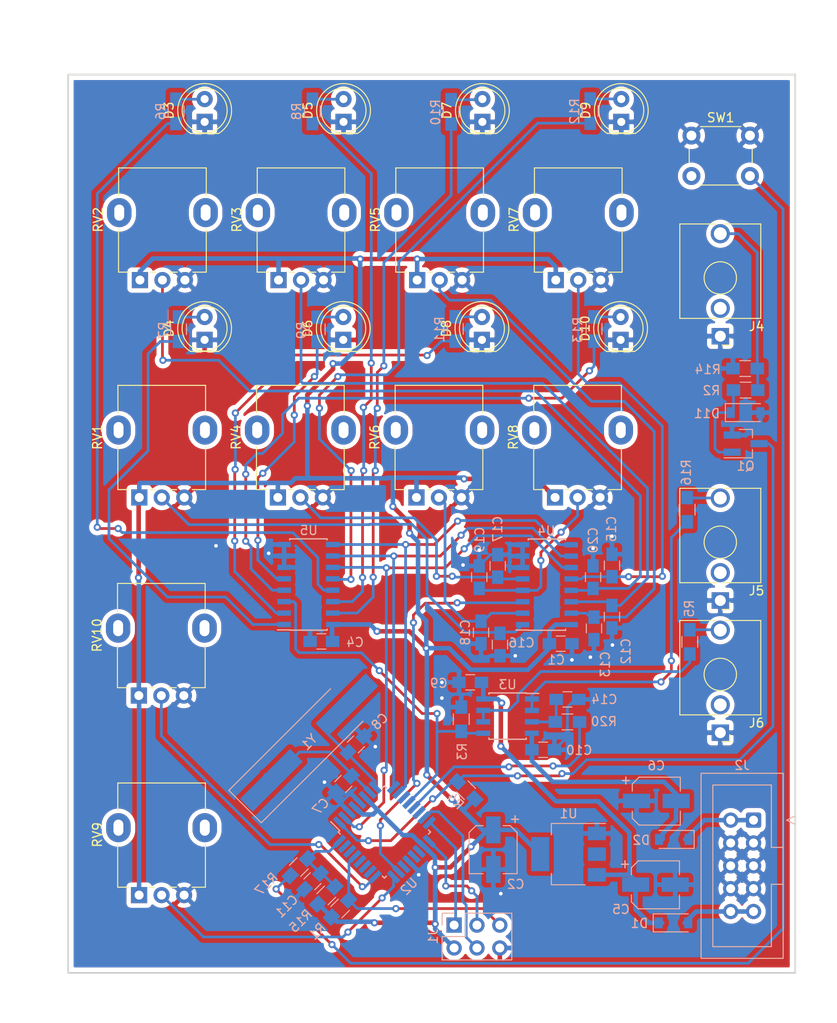
<source format=kicad_pcb>
(kicad_pcb (version 20171130) (host pcbnew "(5.1.6-0)")
  (layers (0 F.Cu signal) (31 B.Cu signal) (34 B.Paste user) (35 F.Paste user) (36 B.SilkS user) (37 F.SilkS user) (38 B.Mask user) (39 F.Mask user) (44 Edge.Cuts user))
  (net 0 "")
  (net 1 GND)
  (net 2 +12V)
  (net 3 -12V)
  (net 4 +5V)
  (net 5 "Net-(D1-Pad2)")
  (net 6 "Net-(D2-Pad1)")
  (net 7 "Net-(C7-Pad2)")
  (net 8 "Net-(D3-Pad2)")
  (net 9 "Net-(D4-Pad2)")
  (net 10 "Net-(D5-Pad2)")
  (net 11 "Net-(D6-Pad2)")
  (net 12 "Net-(D7-Pad2)")
  (net 13 "Net-(D8-Pad2)")
  (net 14 "Net-(D9-Pad2)")
  (net 15 "Net-(D10-Pad2)")
  (net 16 "Net-(R5-Pad1)")
  (net 17 "Net-(D11-Pad1)")
  (net 18 "Net-(R16-Pad1)")
  (net 19 "Net-(C8-Pad2)")
  (net 20 /START_STOP)
  (net 21 /PITCH_2)
  (net 22 /PITCH_3)
  (net 23 "Net-(C14-Pad2)")
  (net 24 /PITCH_4)
  (net 25 /PITCH_5)
  (net 26 /PITCH_6)
  (net 27 /PITCH_7)
  (net 28 /PITCH_8)
  (net 29 /PITCH_1)
  (net 30 /MISO)
  (net 31 /SCK)
  (net 32 /MOSI)
  (net 33 /RESET)
  (net 34 "Net-(J4-PadT)")
  (net 35 "Net-(J5-PadT)")
  (net 36 "Net-(J6-PadT)")
  (net 37 /CLK_IN_INV)
  (net 38 /GATE_OUT)
  (net 39 /LED_1)
  (net 40 /LED_5)
  (net 41 /LED_2)
  (net 42 /LED_6)
  (net 43 /LED_3)
  (net 44 /LED_7)
  (net 45 /LED_4)
  (net 46 /LED_8)
  (net 47 "Net-(R17-Pad2)")
  (net 48 /1VPO)
  (net 49 /GATE_LEN)
  (net 50 /SEQ_LEN)
  (net 51 /PITCH_MUX)
  (net 52 /MUX_SEL_2)
  (net 53 /MUX_SEL_1)
  (net 54 /MUX_SEL_0)
  (module Capacitors_SMD:C_0805_HandSoldering (layer B.Cu) (at 168.8 110)
    (fp_text reference C10 (at 4 0.05 180) (layer B.SilkS) (effects (justify mirror)))
    (fp_text value 0.1uF)
    (pad 1 smd rect (at -1.25 0) (size 1.5 1.25) (layers B.Cu B.Paste B.Mask) (net 3 -12V))
    (pad 2 smd rect (at 1.25 0) (size 1.5 1.25) (layers B.Cu B.Paste B.Mask) (net 1 GND))
  )
  (module Housings_SOIC:SOIC-8_3.9x4.9mm_Pitch1.27mm (layer B.Cu) (at 164.85108 106.25328 180)
    (fp_text reference U3 (at 0 3.5) (layer B.SilkS) (effects (justify mirror)))
    (fp_text value TL072)
    (pad 1 smd rect (at -2.7 1.905 180) (size 1.55 0.6) (layers B.Cu B.Paste B.Mask) (net 18 "Net-(R16-Pad1)"))
    (pad 2 smd rect (at -2.7 0.635 180) (size 1.55 0.6) (layers B.Cu B.Paste B.Mask) (net 18 "Net-(R16-Pad1)"))
    (pad 3 smd rect (at -2.7 -0.635 180) (size 1.55 0.6) (layers B.Cu B.Paste B.Mask) (net 23 "Net-(C14-Pad2)"))
    (pad 4 smd rect (at -2.7 -1.905 180) (size 1.55 0.6) (layers B.Cu B.Paste B.Mask) (net 3 -12V))
    (pad 5 smd rect (at 2.7 -1.905 180) (size 1.55 0.6) (layers B.Cu B.Paste B.Mask) (net 38 /GATE_OUT))
    (pad 6 smd rect (at 2.7 -0.635 180) (size 1.55 0.6) (layers B.Cu B.Paste B.Mask) (net 16 "Net-(R5-Pad1)"))
    (pad 7 smd rect (at 2.7 0.635 180) (size 1.55 0.6) (layers B.Cu B.Paste B.Mask) (net 16 "Net-(R5-Pad1)"))
    (pad 8 smd rect (at 2.7 1.905 180) (size 1.55 0.6) (layers B.Cu B.Paste B.Mask) (net 2 +12V))
  )
  (module Resistors_SMD:R_0805_HandSoldering (layer B.Cu) (at 171.5 106.9 180)
    (fp_text reference R20 (at -4.05 0.05) (layer B.SilkS) (effects (justify mirror)))
    (fp_text value 5.1k)
    (pad 1 smd rect (at -1.35 0 180) (size 1.5 1.3) (layers B.Cu B.Paste B.Mask) (net 48 /1VPO))
    (pad 2 smd rect (at 1.35 0 180) (size 1.5 1.3) (layers B.Cu B.Paste B.Mask) (net 23 "Net-(C14-Pad2)"))
  )
  (module TO_SOT_Packages_SMD:SOT-23_Handsoldering (layer B.Cu) (at 191.3 75.95)
    (fp_text reference Q1 (at 0 2.5) (layer B.SilkS) (effects (justify mirror)))
    (fp_text value MMBT3904)
    (pad 1 smd rect (at -1.5 0.95) (size 1.9 0.8) (layers B.Cu B.Paste B.Mask) (net 17 "Net-(D11-Pad1)"))
    (pad 2 smd rect (at -1.5 -0.95) (size 1.9 0.8) (layers B.Cu B.Paste B.Mask) (net 1 GND))
    (pad 3 smd rect (at 1.5 0) (size 1.9 0.8) (layers B.Cu B.Paste B.Mask) (net 37 /CLK_IN_INV))
  )
  (module Diodes_SMD:D_SOD-123 (layer B.Cu) (at 191.3 72.5)
    (fp_text reference D11 (at -4.3 0.1) (layer B.SilkS) (effects (justify mirror)))
    (fp_text value 1N4148)
    (pad 1 smd rect (at -1.65 0) (size 0.9 1.2) (layers B.Cu B.Paste B.Mask) (net 17 "Net-(D11-Pad1)"))
    (pad 2 smd rect (at 1.65 0) (size 0.9 1.2) (layers B.Cu B.Paste B.Mask) (net 1 GND))
  )
  (module Diodes_SMD:D_SOD-123 (layer B.Cu) (at 183.32704 119.96928 180)
    (fp_text reference D2 (at 3.62704 -0.08072) (layer B.SilkS) (effects (justify mirror)))
    (fp_text value 1N4148)
    (pad 1 smd rect (at -1.65 0 180) (size 0.9 1.2) (layers B.Cu B.Paste B.Mask) (net 6 "Net-(D2-Pad1)"))
    (pad 2 smd rect (at 1.65 0 180) (size 0.9 1.2) (layers B.Cu B.Paste B.Mask) (net 3 -12V))
  )
  (module Diodes_SMD:D_SOD-123 (layer B.Cu) (at 183.28132 129.25044)
    (fp_text reference D1 (at -3.78132 0.04956) (layer B.SilkS) (effects (justify mirror)))
    (fp_text value 1N4148)
    (pad 1 smd rect (at -1.65 0) (size 0.9 1.2) (layers B.Cu B.Paste B.Mask) (net 2 +12V))
    (pad 2 smd rect (at 1.65 0) (size 0.9 1.2) (layers B.Cu B.Paste B.Mask) (net 5 "Net-(D1-Pad2)"))
  )
  (module Capacitors_SMD:C_0805_HandSoldering (layer B.Cu) (at 174.35 90.8 90)
    (fp_text reference C20 (at 4.1 0 90) (layer B.SilkS) (effects (justify mirror)))
    (fp_text value 100nF)
    (pad 1 smd rect (at -1.25 0 90) (size 1.5 1.25) (layers B.Cu B.Paste B.Mask) (net 29 /PITCH_1))
    (pad 2 smd rect (at 1.25 0 90) (size 1.5 1.25) (layers B.Cu B.Paste B.Mask) (net 1 GND))
  )
  (module Capacitors_SMD:C_0805_HandSoldering (layer B.Cu) (at 161.7 90.8 90)
    (fp_text reference C19 (at 4.15 0.05 90) (layer B.SilkS) (effects (justify mirror)))
    (fp_text value 100nF)
    (pad 1 smd rect (at -1.25 0 90) (size 1.5 1.25) (layers B.Cu B.Paste B.Mask) (net 28 /PITCH_8))
    (pad 2 smd rect (at 1.25 0 90) (size 1.5 1.25) (layers B.Cu B.Paste B.Mask) (net 1 GND))
  )
  (module Capacitors_SMD:C_0805_HandSoldering (layer B.Cu) (at 161.9 96.95 270)
    (fp_text reference C18 (at 0 1.75 270) (layer B.SilkS) (effects (justify mirror)))
    (fp_text value 100nF)
    (pad 1 smd rect (at -1.25 0 270) (size 1.5 1.25) (layers B.Cu B.Paste B.Mask) (net 27 /PITCH_7))
    (pad 2 smd rect (at 1.25 0 270) (size 1.5 1.25) (layers B.Cu B.Paste B.Mask) (net 1 GND))
  )
  (module Capacitors_SMD:C_0805_HandSoldering (layer B.Cu) (at 163.75 89.55 90)
    (fp_text reference C17 (at 4.1 0 90) (layer B.SilkS) (effects (justify mirror)))
    (fp_text value 100nF)
    (pad 1 smd rect (at -1.25 0 90) (size 1.5 1.25) (layers B.Cu B.Paste B.Mask) (net 26 /PITCH_6))
    (pad 2 smd rect (at 1.25 0 90) (size 1.5 1.25) (layers B.Cu B.Paste B.Mask) (net 1 GND))
  )
  (module Capacitors_SMD:C_0805_HandSoldering (layer B.Cu) (at 164 98.3 270)
    (fp_text reference C16 (at -0.2 -2.4 180) (layer B.SilkS) (effects (justify mirror)))
    (fp_text value 100nF)
    (pad 1 smd rect (at -1.25 0 270) (size 1.5 1.25) (layers B.Cu B.Paste B.Mask) (net 25 /PITCH_5))
    (pad 2 smd rect (at 1.25 0 270) (size 1.5 1.25) (layers B.Cu B.Paste B.Mask) (net 1 GND))
  )
  (module Capacitors_SMD:C_0805_HandSoldering (layer B.Cu) (at 176.45 89.5 90)
    (fp_text reference C15 (at 4.05 -0.05 90) (layer B.SilkS) (effects (justify mirror)))
    (fp_text value 100nF)
    (pad 1 smd rect (at -1.25 0 90) (size 1.5 1.25) (layers B.Cu B.Paste B.Mask) (net 24 /PITCH_4))
    (pad 2 smd rect (at 1.25 0 90) (size 1.5 1.25) (layers B.Cu B.Paste B.Mask) (net 1 GND))
  )
  (module Capacitors_SMD:C_0805_HandSoldering (layer B.Cu) (at 171.5 104.4 180)
    (fp_text reference C14 (at -4.1 0) (layer B.SilkS) (effects (justify mirror)))
    (fp_text value 100nF)
    (pad 1 smd rect (at -1.25 0 180) (size 1.5 1.25) (layers B.Cu B.Paste B.Mask) (net 1 GND))
    (pad 2 smd rect (at 1.25 0 180) (size 1.5 1.25) (layers B.Cu B.Paste B.Mask) (net 23 "Net-(C14-Pad2)"))
  )
  (module Capacitors_SMD:C_0805_HandSoldering (layer B.Cu) (at 174.45 96.5 270)
    (fp_text reference C13 (at 4 -1.25 90) (layer B.SilkS) (effects (justify mirror)))
    (fp_text value 100nF)
    (pad 1 smd rect (at -1.25 0 270) (size 1.5 1.25) (layers B.Cu B.Paste B.Mask) (net 22 /PITCH_3))
    (pad 2 smd rect (at 1.25 0 270) (size 1.5 1.25) (layers B.Cu B.Paste B.Mask) (net 1 GND))
  )
  (module Capacitors_SMD:C_0805_HandSoldering (layer B.Cu) (at 176.45 95.2 270)
    (fp_text reference C12 (at 3.85 -1.55 90) (layer B.SilkS) (effects (justify mirror)))
    (fp_text value 100nF)
    (pad 1 smd rect (at -1.25 0 270) (size 1.5 1.25) (layers B.Cu B.Paste B.Mask) (net 21 /PITCH_2))
    (pad 2 smd rect (at 1.25 0 270) (size 1.5 1.25) (layers B.Cu B.Paste B.Mask) (net 1 GND))
  )
  (module Capacitors_SMD:C_0805_HandSoldering (layer B.Cu) (at 170.75 98.2)
    (fp_text reference C1 (at -0.5 1.8) (layer B.SilkS) (effects (justify mirror)))
    (fp_text value 100nF)
    (pad 1 smd rect (at -1.25 0) (size 1.5 1.25) (layers B.Cu B.Paste B.Mask) (net 4 +5V))
    (pad 2 smd rect (at 1.25 0) (size 1.5 1.25) (layers B.Cu B.Paste B.Mask) (net 1 GND))
  )
  (module Resistors_SMD:R_0805_HandSoldering (layer B.Cu) (at 174.03572 38.9636 90)
    (fp_text reference R12 (at -0.0364 -1.73572 270) (layer B.SilkS) (effects (justify mirror)))
    (fp_text value 10K)
    (pad 1 smd rect (at -1.35 0 90) (size 1.5 1.3) (layers B.Cu B.Paste B.Mask) (net 45 /LED_4))
    (pad 2 smd rect (at 1.35 0 90) (size 1.5 1.3) (layers B.Cu B.Paste B.Mask) (net 14 "Net-(D9-Pad2)"))
  )
  (module LEDs:LED_D5.0mm (layer F.Cu) (at 131.18464 40.17012 90)
    (fp_text reference D3 (at 1.27 -3.96 90) (layer F.SilkS))
    (fp_text value "Step 1 LED")
    (pad 1 thru_hole rect (at 0 0 90) (size 1.8 1.8) (drill 0.9) (layers *.Cu *.Mask) (net 1 GND))
    (pad 2 thru_hole circle (at 2.54 0 90) (size 1.8 1.8) (drill 0.9) (layers *.Cu *.Mask) (net 8 "Net-(D3-Pad2)"))
  )
  (module LEDs:LED_D5.0mm (layer F.Cu) (at 131.17876 64.4128 90)
    (fp_text reference D4 (at 1.27 -3.96 90) (layer F.SilkS))
    (fp_text value "Step 5 LED")
    (pad 2 thru_hole circle (at 2.54 0 90) (size 1.8 1.8) (drill 0.9) (layers *.Cu *.Mask) (net 9 "Net-(D4-Pad2)"))
    (pad 1 thru_hole rect (at 0 0 90) (size 1.8 1.8) (drill 0.9) (layers *.Cu *.Mask) (net 1 GND))
  )
  (module LEDs:LED_D5.0mm (layer F.Cu) (at 146.617973 40.17012 90)
    (fp_text reference D5 (at 1.27 -3.96 90) (layer F.SilkS))
    (fp_text value "Step 2 LED")
    (pad 2 thru_hole circle (at 2.54 0 90) (size 1.8 1.8) (drill 0.9) (layers *.Cu *.Mask) (net 10 "Net-(D5-Pad2)"))
    (pad 1 thru_hole rect (at 0 0 90) (size 1.8 1.8) (drill 0.9) (layers *.Cu *.Mask) (net 1 GND))
  )
  (module LEDs:LED_D5.0mm (layer F.Cu) (at 146.58876 64.4128 90)
    (fp_text reference D6 (at 1.27 -3.96 90) (layer F.SilkS))
    (fp_text value "Step 6 LED")
    (pad 1 thru_hole rect (at 0 0 90) (size 1.8 1.8) (drill 0.9) (layers *.Cu *.Mask) (net 1 GND))
    (pad 2 thru_hole circle (at 2.54 0 90) (size 1.8 1.8) (drill 0.9) (layers *.Cu *.Mask) (net 11 "Net-(D6-Pad2)"))
  )
  (module LEDs:LED_D5.0mm (layer F.Cu) (at 162.051306 40.17012 90)
    (fp_text reference D7 (at 1.27 -3.96 90) (layer F.SilkS))
    (fp_text value "Step 3 LED")
    (pad 2 thru_hole circle (at 2.54 0 90) (size 1.8 1.8) (drill 0.9) (layers *.Cu *.Mask) (net 12 "Net-(D7-Pad2)"))
    (pad 1 thru_hole rect (at 0 0 90) (size 1.8 1.8) (drill 0.9) (layers *.Cu *.Mask) (net 1 GND))
  )
  (module LEDs:LED_D5.0mm (layer F.Cu) (at 161.99876 64.4128 90)
    (fp_text reference D8 (at 1.27 -3.96 90) (layer F.SilkS))
    (fp_text value "Step 7 LED")
    (pad 2 thru_hole circle (at 2.54 0 90) (size 1.8 1.8) (drill 0.9) (layers *.Cu *.Mask) (net 13 "Net-(D8-Pad2)"))
    (pad 1 thru_hole rect (at 0 0 90) (size 1.8 1.8) (drill 0.9) (layers *.Cu *.Mask) (net 1 GND))
  )
  (module LEDs:LED_D5.0mm (layer F.Cu) (at 177.48464 40.17012 90)
    (fp_text reference D9 (at 1.27 -3.96 90) (layer F.SilkS))
    (fp_text value "Step 4 LED")
    (pad 1 thru_hole rect (at 0 0 90) (size 1.8 1.8) (drill 0.9) (layers *.Cu *.Mask) (net 1 GND))
    (pad 2 thru_hole circle (at 2.54 0 90) (size 1.8 1.8) (drill 0.9) (layers *.Cu *.Mask) (net 14 "Net-(D9-Pad2)"))
  )
  (module LEDs:LED_D5.0mm (layer F.Cu) (at 177.40876 64.4128 90)
    (fp_text reference D10 (at 1.27 -3.96 90) (layer F.SilkS))
    (fp_text value "Step 8 LED")
    (pad 1 thru_hole rect (at 0 0 90) (size 1.8 1.8) (drill 0.9) (layers *.Cu *.Mask) (net 1 GND))
    (pad 2 thru_hole circle (at 2.54 0 90) (size 1.8 1.8) (drill 0.9) (layers *.Cu *.Mask) (net 15 "Net-(D10-Pad2)"))
  )
  (module Connector_IDC:IDC-Header_2x05_P2.54mm_Vertical (layer B.Cu) (at 192.18148 117.82552 180)
    (fp_text reference J2 (at 1.27 6.1) (layer B.SilkS) (effects (justify mirror)))
    (fp_text value Conn_01x10)
    (pad 1 thru_hole roundrect (at 0 0 180) (size 1.7 1.7) (drill 1) (layers *.Cu *.Mask) (roundrect_rratio 0.147059) (net 6 "Net-(D2-Pad1)"))
    (pad 3 thru_hole circle (at 0 -2.54 180) (size 1.7 1.7) (drill 1) (layers *.Cu *.Mask) (net 1 GND))
    (pad 5 thru_hole circle (at 0 -5.08 180) (size 1.7 1.7) (drill 1) (layers *.Cu *.Mask) (net 1 GND))
    (pad 7 thru_hole circle (at 0 -7.62 180) (size 1.7 1.7) (drill 1) (layers *.Cu *.Mask) (net 1 GND))
    (pad 9 thru_hole circle (at 0 -10.16 180) (size 1.7 1.7) (drill 1) (layers *.Cu *.Mask) (net 5 "Net-(D1-Pad2)"))
    (pad 2 thru_hole circle (at 2.54 0 180) (size 1.7 1.7) (drill 1) (layers *.Cu *.Mask) (net 6 "Net-(D2-Pad1)"))
    (pad 4 thru_hole circle (at 2.54 -2.54 180) (size 1.7 1.7) (drill 1) (layers *.Cu *.Mask) (net 1 GND))
    (pad 6 thru_hole circle (at 2.54 -5.08 180) (size 1.7 1.7) (drill 1) (layers *.Cu *.Mask) (net 1 GND))
    (pad 8 thru_hole circle (at 2.54 -7.62 180) (size 1.7 1.7) (drill 1) (layers *.Cu *.Mask) (net 1 GND))
    (pad 10 thru_hole circle (at 2.54 -10.16 180) (size 1.7 1.7) (drill 1) (layers *.Cu *.Mask) (net 5 "Net-(D1-Pad2)"))
  )
  (module Connectors_Audio:Jack_3.5mm_QingPu_WQP-PJ398SM_Vertical_CircularHoles (layer F.Cu) (at 188.48832 64.00292 180)
    (fp_text reference J4 (at -4.03 1.08 180) (layer F.SilkS))
    (fp_text value "Clock In")
    (pad TN thru_hole circle (at 0 3.1) (size 2.13 2.13) (drill 1.42) (layers *.Cu *.Mask))
    (pad S thru_hole rect (at 0 0) (size 1.93 1.83) (drill 1.22) (layers *.Cu *.Mask) (net 1 GND))
    (pad T thru_hole circle (at 0 11.4) (size 2.13 2.13) (drill 1.43) (layers *.Cu *.Mask) (net 34 "Net-(J4-PadT)"))
  )
  (module Connectors_Audio:Jack_3.5mm_QingPu_WQP-PJ398SM_Vertical_CircularHoles (layer F.Cu) (at 188.48832 93.399186 180)
    (fp_text reference J5 (at -4.03 1.08 180) (layer F.SilkS))
    (fp_text value "CV Note")
    (pad T thru_hole circle (at 0 11.4) (size 2.13 2.13) (drill 1.43) (layers *.Cu *.Mask) (net 35 "Net-(J5-PadT)"))
    (pad S thru_hole rect (at 0 0) (size 1.93 1.83) (drill 1.22) (layers *.Cu *.Mask) (net 1 GND))
    (pad TN thru_hole circle (at 0 3.1) (size 2.13 2.13) (drill 1.42) (layers *.Cu *.Mask))
  )
  (module Connectors_Audio:Jack_3.5mm_QingPu_WQP-PJ398SM_Vertical_CircularHoles (layer F.Cu) (at 188.48832 108.09732 180)
    (fp_text reference J6 (at -4.03 1.08 180) (layer F.SilkS))
    (fp_text value "Gate Out")
    (pad TN thru_hole circle (at 0 3.1) (size 2.13 2.13) (drill 1.42) (layers *.Cu *.Mask))
    (pad S thru_hole rect (at 0 0) (size 1.93 1.83) (drill 1.22) (layers *.Cu *.Mask) (net 1 GND))
    (pad T thru_hole circle (at 0 11.4) (size 2.13 2.13) (drill 1.43) (layers *.Cu *.Mask) (net 36 "Net-(J6-PadT)"))
  )
  (module Potentiometer_THT:Potentiometer_Alpha_RD901F-40-00D_Single_Vertical (layer F.Cu) (at 123.91876 81.9428 90)
    (fp_text reference RV1 (at 6.71 -4.64 270) (layer F.SilkS))
    (fp_text value B100K)
    (pad "" thru_hole oval (at 7.5 -2.3 180) (size 2.72 3.24) (drill oval 1.1 1.8) (layers *.Cu *.Mask))
    (pad "" thru_hole oval (at 7.5 7.3 180) (size 2.72 3.24) (drill oval 1.1 1.8) (layers *.Cu *.Mask))
    (pad 3 thru_hole circle (at 0 5 180) (size 1.8 1.8) (drill 1) (layers *.Cu *.Mask) (net 1 GND))
    (pad 2 thru_hole circle (at 0 2.5 180) (size 1.8 1.8) (drill 1) (layers *.Cu *.Mask) (net 25 /PITCH_5))
    (pad 1 thru_hole rect (at 0 0 180) (size 1.8 1.8) (drill 1) (layers *.Cu *.Mask) (net 4 +5V))
  )
  (module Potentiometer_THT:Potentiometer_Alpha_RD901F-40-00D_Single_Vertical (layer F.Cu) (at 123.99464 57.76012 90)
    (fp_text reference RV2 (at 6.71 -4.64 270) (layer F.SilkS))
    (fp_text value B100K)
    (pad "" thru_hole oval (at 7.5 -2.3 180) (size 2.72 3.24) (drill oval 1.1 1.8) (layers *.Cu *.Mask))
    (pad "" thru_hole oval (at 7.5 7.3 180) (size 2.72 3.24) (drill oval 1.1 1.8) (layers *.Cu *.Mask))
    (pad 3 thru_hole circle (at 0 5 180) (size 1.8 1.8) (drill 1) (layers *.Cu *.Mask) (net 1 GND))
    (pad 2 thru_hole circle (at 0 2.5 180) (size 1.8 1.8) (drill 1) (layers *.Cu *.Mask) (net 29 /PITCH_1))
    (pad 1 thru_hole rect (at 0 0 180) (size 1.8 1.8) (drill 1) (layers *.Cu *.Mask) (net 4 +5V))
  )
  (module Potentiometer_THT:Potentiometer_Alpha_RD901F-40-00D_Single_Vertical (layer F.Cu) (at 139.397973 57.76012 90)
    (fp_text reference RV3 (at 6.71 -4.64 270) (layer F.SilkS))
    (fp_text value B100K)
    (pad 1 thru_hole rect (at 0 0 180) (size 1.8 1.8) (drill 1) (layers *.Cu *.Mask) (net 4 +5V))
    (pad 2 thru_hole circle (at 0 2.5 180) (size 1.8 1.8) (drill 1) (layers *.Cu *.Mask) (net 21 /PITCH_2))
    (pad 3 thru_hole circle (at 0 5 180) (size 1.8 1.8) (drill 1) (layers *.Cu *.Mask) (net 1 GND))
    (pad "" thru_hole oval (at 7.5 7.3 180) (size 2.72 3.24) (drill oval 1.1 1.8) (layers *.Cu *.Mask))
    (pad "" thru_hole oval (at 7.5 -2.3 180) (size 2.72 3.24) (drill oval 1.1 1.8) (layers *.Cu *.Mask))
  )
  (module Potentiometer_THT:Potentiometer_Alpha_RD901F-40-00D_Single_Vertical (layer F.Cu) (at 139.322093 81.9428 90)
    (fp_text reference RV4 (at 6.71 -4.64 270) (layer F.SilkS))
    (fp_text value B100K)
    (pad 1 thru_hole rect (at 0 0 180) (size 1.8 1.8) (drill 1) (layers *.Cu *.Mask) (net 4 +5V))
    (pad 2 thru_hole circle (at 0 2.5 180) (size 1.8 1.8) (drill 1) (layers *.Cu *.Mask) (net 26 /PITCH_6))
    (pad 3 thru_hole circle (at 0 5 180) (size 1.8 1.8) (drill 1) (layers *.Cu *.Mask) (net 1 GND))
    (pad "" thru_hole oval (at 7.5 7.3 180) (size 2.72 3.24) (drill oval 1.1 1.8) (layers *.Cu *.Mask))
    (pad "" thru_hole oval (at 7.5 -2.3 180) (size 2.72 3.24) (drill oval 1.1 1.8) (layers *.Cu *.Mask))
  )
  (module Potentiometer_THT:Potentiometer_Alpha_RD901F-40-00D_Single_Vertical (layer F.Cu) (at 154.801306 57.76012 90)
    (fp_text reference RV5 (at 6.71 -4.64 270) (layer F.SilkS))
    (fp_text value B100K)
    (pad "" thru_hole oval (at 7.5 -2.3 180) (size 2.72 3.24) (drill oval 1.1 1.8) (layers *.Cu *.Mask))
    (pad "" thru_hole oval (at 7.5 7.3 180) (size 2.72 3.24) (drill oval 1.1 1.8) (layers *.Cu *.Mask))
    (pad 3 thru_hole circle (at 0 5 180) (size 1.8 1.8) (drill 1) (layers *.Cu *.Mask) (net 1 GND))
    (pad 2 thru_hole circle (at 0 2.5 180) (size 1.8 1.8) (drill 1) (layers *.Cu *.Mask) (net 22 /PITCH_3))
    (pad 1 thru_hole rect (at 0 0 180) (size 1.8 1.8) (drill 1) (layers *.Cu *.Mask) (net 4 +5V))
  )
  (module Potentiometer_THT:Potentiometer_Alpha_RD901F-40-00D_Single_Vertical (layer F.Cu) (at 154.725426 81.9428 90)
    (fp_text reference RV6 (at 6.71 -4.64 270) (layer F.SilkS))
    (fp_text value B100K)
    (pad "" thru_hole oval (at 7.5 -2.3 180) (size 2.72 3.24) (drill oval 1.1 1.8) (layers *.Cu *.Mask))
    (pad "" thru_hole oval (at 7.5 7.3 180) (size 2.72 3.24) (drill oval 1.1 1.8) (layers *.Cu *.Mask))
    (pad 3 thru_hole circle (at 0 5 180) (size 1.8 1.8) (drill 1) (layers *.Cu *.Mask) (net 1 GND))
    (pad 2 thru_hole circle (at 0 2.5 180) (size 1.8 1.8) (drill 1) (layers *.Cu *.Mask) (net 27 /PITCH_7))
    (pad 1 thru_hole rect (at 0 0 180) (size 1.8 1.8) (drill 1) (layers *.Cu *.Mask) (net 4 +5V))
  )
  (module Potentiometer_THT:Potentiometer_Alpha_RD901F-40-00D_Single_Vertical (layer F.Cu) (at 170.20464 57.76012 90)
    (fp_text reference RV7 (at 6.71 -4.64 270) (layer F.SilkS))
    (fp_text value B100K)
    (pad 1 thru_hole rect (at 0 0 180) (size 1.8 1.8) (drill 1) (layers *.Cu *.Mask) (net 4 +5V))
    (pad 2 thru_hole circle (at 0 2.5 180) (size 1.8 1.8) (drill 1) (layers *.Cu *.Mask) (net 24 /PITCH_4))
    (pad 3 thru_hole circle (at 0 5 180) (size 1.8 1.8) (drill 1) (layers *.Cu *.Mask) (net 1 GND))
    (pad "" thru_hole oval (at 7.5 7.3 180) (size 2.72 3.24) (drill oval 1.1 1.8) (layers *.Cu *.Mask))
    (pad "" thru_hole oval (at 7.5 -2.3 180) (size 2.72 3.24) (drill oval 1.1 1.8) (layers *.Cu *.Mask))
  )
  (module Potentiometer_THT:Potentiometer_Alpha_RD901F-40-00D_Single_Vertical (layer F.Cu) (at 170.12876 81.9428 90)
    (fp_text reference RV8 (at 6.71 -4.64 270) (layer F.SilkS))
    (fp_text value B100K)
    (pad "" thru_hole oval (at 7.5 -2.3 180) (size 2.72 3.24) (drill oval 1.1 1.8) (layers *.Cu *.Mask))
    (pad "" thru_hole oval (at 7.5 7.3 180) (size 2.72 3.24) (drill oval 1.1 1.8) (layers *.Cu *.Mask))
    (pad 3 thru_hole circle (at 0 5 180) (size 1.8 1.8) (drill 1) (layers *.Cu *.Mask) (net 1 GND))
    (pad 2 thru_hole circle (at 0 2.5 180) (size 1.8 1.8) (drill 1) (layers *.Cu *.Mask) (net 28 /PITCH_8))
    (pad 1 thru_hole rect (at 0 0 180) (size 1.8 1.8) (drill 1) (layers *.Cu *.Mask) (net 4 +5V))
  )
  (module Potentiometer_THT:Potentiometer_Alpha_RD901F-40-00D_Single_Vertical (layer F.Cu) (at 123.9012 126.1618 90)
    (fp_text reference RV9 (at 6.71 -4.64 270) (layer F.SilkS))
    (fp_text value B100K)
    (pad 1 thru_hole rect (at 0 0 180) (size 1.8 1.8) (drill 1) (layers *.Cu *.Mask) (net 4 +5V))
    (pad 2 thru_hole circle (at 0 2.5 180) (size 1.8 1.8) (drill 1) (layers *.Cu *.Mask) (net 49 /GATE_LEN))
    (pad 3 thru_hole circle (at 0 5 180) (size 1.8 1.8) (drill 1) (layers *.Cu *.Mask) (net 1 GND))
    (pad "" thru_hole oval (at 7.5 7.3 180) (size 2.72 3.24) (drill oval 1.1 1.8) (layers *.Cu *.Mask))
    (pad "" thru_hole oval (at 7.5 -2.3 180) (size 2.72 3.24) (drill oval 1.1 1.8) (layers *.Cu *.Mask))
  )
  (module Potentiometer_THT:Potentiometer_Alpha_RD901F-40-00D_Single_Vertical (layer F.Cu) (at 123.87072 103.97236 90)
    (fp_text reference RV10 (at 6.71 -4.64 270) (layer F.SilkS))
    (fp_text value B100K)
    (pad 1 thru_hole rect (at 0 0 180) (size 1.8 1.8) (drill 1) (layers *.Cu *.Mask) (net 4 +5V))
    (pad 2 thru_hole circle (at 0 2.5 180) (size 1.8 1.8) (drill 1) (layers *.Cu *.Mask) (net 50 /SEQ_LEN))
    (pad 3 thru_hole circle (at 0 5 180) (size 1.8 1.8) (drill 1) (layers *.Cu *.Mask) (net 1 GND))
    (pad "" thru_hole oval (at 7.5 7.3 180) (size 2.72 3.24) (drill oval 1.1 1.8) (layers *.Cu *.Mask))
    (pad "" thru_hole oval (at 7.5 -2.3 180) (size 2.72 3.24) (drill oval 1.1 1.8) (layers *.Cu *.Mask))
  )
  (module Buttons_Switches_THT:SW_PUSH_6mm (layer F.Cu) (at 185.28284 41.69156)
    (fp_text reference SW1 (at 3.25 -2) (layer F.SilkS))
    (fp_text value SW_Push)
    (pad 1 thru_hole circle (at 6.5 0 90) (size 2 2) (drill 1.1) (layers *.Cu *.Mask) (net 1 GND))
    (pad 2 thru_hole circle (at 6.5 4.5 90) (size 2 2) (drill 1.1) (layers *.Cu *.Mask) (net 47 "Net-(R17-Pad2)"))
    (pad 1 thru_hole circle (at 0 0 90) (size 2 2) (drill 1.1) (layers *.Cu *.Mask) (net 1 GND))
    (pad 2 thru_hole circle (at 0 4.5 90) (size 2 2) (drill 1.1) (layers *.Cu *.Mask) (net 47 "Net-(R17-Pad2)"))
  )
  (module Capacitors_SMD:CP_Elec_5x5.3 (layer B.Cu) (at 163.26612 121.1072 270)
    (fp_text reference C2 (at 3.8428 -2.48388) (layer B.SilkS) (effects (justify mirror)))
    (fp_text value 10uF)
    (fp_text user + (at -3.38 -2.34 270) (layer B.SilkS) (effects (justify mirror)))
    (pad 2 smd rect (at 2.2 0 90) (size 3 1.6) (layers B.Cu B.Paste B.Mask) (net 1 GND))
    (pad 1 smd rect (at -2.2 0 90) (size 3 1.6) (layers B.Cu B.Paste B.Mask) (net 4 +5V))
  )
  (module Capacitors_SMD:C_0805_HandSoldering (layer B.Cu) (at 144.15 97.95 180)
    (fp_text reference C4 (at -3.75 -0.1) (layer B.SilkS) (effects (justify mirror)))
    (fp_text value 100nF)
    (pad 2 smd rect (at 1.25 0 180) (size 1.5 1.25) (layers B.Cu B.Paste B.Mask) (net 1 GND))
    (pad 1 smd rect (at -1.25 0 180) (size 1.5 1.25) (layers B.Cu B.Paste B.Mask) (net 4 +5V))
  )
  (module Capacitors_SMD:CP_Elec_5x5.3 (layer B.Cu) (at 181.2798 124.9934)
    (fp_text reference C5 (at -3.8298 2.7566) (layer B.SilkS) (effects (justify mirror)))
    (fp_text value 10uF)
    (fp_text user + (at -3.38 -2.34) (layer B.SilkS) (effects (justify mirror)))
    (pad 1 smd rect (at -2.2 0 180) (size 3 1.6) (layers B.Cu B.Paste B.Mask) (net 2 +12V))
    (pad 2 smd rect (at 2.2 0 180) (size 3 1.6) (layers B.Cu B.Paste B.Mask) (net 1 GND))
  )
  (module Capacitors_SMD:CP_Elec_5x5.3 (layer B.Cu) (at 181.37632 115.68684)
    (fp_text reference C6 (at 0 -3.92) (layer B.SilkS) (effects (justify mirror)))
    (fp_text value 10uF)
    (fp_text user + (at -3.38 -2.34) (layer B.SilkS) (effects (justify mirror)))
    (pad 2 smd rect (at 2.2 0 180) (size 3 1.6) (layers B.Cu B.Paste B.Mask) (net 3 -12V))
    (pad 1 smd rect (at -2.2 0 180) (size 3 1.6) (layers B.Cu B.Paste B.Mask) (net 1 GND))
  )
  (module Capacitors_SMD:C_0805_HandSoldering (layer B.Cu) (at 146.6 113.8 45)
    (fp_text reference C7 (at -3.535534 0 45) (layer B.SilkS) (effects (justify mirror)))
    (fp_text value 18pF)
    (pad 2 smd rect (at 1.25 0 45) (size 1.5 1.25) (layers B.Cu B.Paste B.Mask) (net 7 "Net-(C7-Pad2)"))
    (pad 1 smd rect (at -1.25 0 45) (size 1.5 1.25) (layers B.Cu B.Paste B.Mask) (net 1 GND))
  )
  (module Capacitors_SMD:C_0805_HandSoldering (layer B.Cu) (at 148 109.4 225)
    (fp_text reference C8 (at -3.676955 -0.070711 45) (layer B.SilkS) (effects (justify mirror)))
    (fp_text value 18pF)
    (pad 1 smd rect (at -1.25 0 225) (size 1.5 1.25) (layers B.Cu B.Paste B.Mask) (net 1 GND))
    (pad 2 smd rect (at 1.25 0 225) (size 1.5 1.25) (layers B.Cu B.Paste B.Mask) (net 19 "Net-(C8-Pad2)"))
  )
  (module Capacitors_SMD:C_0805_HandSoldering (layer B.Cu) (at 160.7 102.5)
    (fp_text reference C9 (at -3.5 0.1 180) (layer B.SilkS) (effects (justify mirror)))
    (fp_text value 0.1uF)
    (pad 2 smd rect (at 1.25 0) (size 1.5 1.25) (layers B.Cu B.Paste B.Mask) (net 2 +12V))
    (pad 1 smd rect (at -1.25 0) (size 1.5 1.25) (layers B.Cu B.Paste B.Mask) (net 1 GND))
  )
  (module Capacitors_SMD:C_0805_HandSoldering (layer B.Cu) (at 143.16964 124.62256 45)
    (fp_text reference C11 (at -3.993089 -0.065195 45) (layer B.SilkS) (effects (justify mirror)))
    (fp_text value 0.1uF)
    (pad 2 smd rect (at 1.25 0 45) (size 1.5 1.25) (layers B.Cu B.Paste B.Mask) (net 20 /START_STOP))
    (pad 1 smd rect (at -1.25 0 45) (size 1.5 1.25) (layers B.Cu B.Paste B.Mask) (net 1 GND))
  )
  (module Resistors_SMD:R_0805_HandSoldering (layer B.Cu) (at 191.3 70)
    (fp_text reference R2 (at -3.8 0.05) (layer B.SilkS) (effects (justify mirror)))
    (fp_text value 100K)
    (pad 1 smd rect (at -1.35 0) (size 1.5 1.3) (layers B.Cu B.Paste B.Mask) (net 17 "Net-(D11-Pad1)"))
    (pad 2 smd rect (at 1.35 0) (size 1.5 1.3) (layers B.Cu B.Paste B.Mask) (net 34 "Net-(J4-PadT)"))
  )
  (module Resistors_SMD:R_0805_HandSoldering (layer B.Cu) (at 159.7 106.6 270)
    (fp_text reference R3 (at 3.6 -0.1 90) (layer B.SilkS) (effects (justify mirror)))
    (fp_text value 1M)
    (pad 2 smd rect (at 1.35 0 270) (size 1.5 1.3) (layers B.Cu B.Paste B.Mask) (net 38 /GATE_OUT))
    (pad 1 smd rect (at -1.35 0 270) (size 1.5 1.3) (layers B.Cu B.Paste B.Mask) (net 1 GND))
  )
  (module Resistors_SMD:R_0805_HandSoldering (layer B.Cu) (at 160.25 114.5 315)
    (fp_text reference R4 (at 0 1.7 315) (layer B.SilkS) (effects (justify mirror)))
    (fp_text value 10K)
    (pad 1 smd rect (at -1.35 0 315) (size 1.5 1.3) (layers B.Cu B.Paste B.Mask) (net 37 /CLK_IN_INV))
    (pad 2 smd rect (at 1.35 0 315) (size 1.5 1.3) (layers B.Cu B.Paste B.Mask) (net 4 +5V))
  )
  (module Resistors_SMD:R_0805_HandSoldering (layer B.Cu) (at 185.1 98 90)
    (fp_text reference R5 (at 3.7 -0.05 270) (layer B.SilkS) (effects (justify mirror)))
    (fp_text value 1K)
    (pad 2 smd rect (at 1.35 0 90) (size 1.5 1.3) (layers B.Cu B.Paste B.Mask) (net 36 "Net-(J6-PadT)"))
    (pad 1 smd rect (at -1.35 0 90) (size 1.5 1.3) (layers B.Cu B.Paste B.Mask) (net 16 "Net-(R5-Pad1)"))
  )
  (module Resistors_SMD:R_0805_HandSoldering (layer B.Cu) (at 128.00584 38.99916 90)
    (fp_text reference R6 (at 0 -1.70584 270) (layer B.SilkS) (effects (justify mirror)))
    (fp_text value 10K)
    (pad 2 smd rect (at 1.35 0 90) (size 1.5 1.3) (layers B.Cu B.Paste B.Mask) (net 8 "Net-(D3-Pad2)"))
    (pad 1 smd rect (at -1.35 0 90) (size 1.5 1.3) (layers B.Cu B.Paste B.Mask) (net 39 /LED_1))
  )
  (module Resistors_SMD:R_0805_HandSoldering (layer B.Cu) (at 128.28524 63.23584 90)
    (fp_text reference R7 (at -0.11416 -1.68524 270) (layer B.SilkS) (effects (justify mirror)))
    (fp_text value 10K)
    (pad 2 smd rect (at 1.35 0 90) (size 1.5 1.3) (layers B.Cu B.Paste B.Mask) (net 9 "Net-(D4-Pad2)"))
    (pad 1 smd rect (at -1.35 0 90) (size 1.5 1.3) (layers B.Cu B.Paste B.Mask) (net 40 /LED_5))
  )
  (module Resistors_SMD:R_0805_HandSoldering (layer B.Cu) (at 143.15948 38.99916 90)
    (fp_text reference R8 (at -0.00084 -1.75948 270) (layer B.SilkS) (effects (justify mirror)))
    (fp_text value 10K)
    (pad 1 smd rect (at -1.35 0 90) (size 1.5 1.3) (layers B.Cu B.Paste B.Mask) (net 41 /LED_2))
    (pad 2 smd rect (at 1.35 0 90) (size 1.5 1.3) (layers B.Cu B.Paste B.Mask) (net 10 "Net-(D5-Pad2)"))
  )
  (module Resistors_SMD:R_0805_HandSoldering (layer B.Cu) (at 143.6878 63.24092 90)
    (fp_text reference R9 (at -0.10908 -1.7378 270) (layer B.SilkS) (effects (justify mirror)))
    (fp_text value 10K)
    (pad 2 smd rect (at 1.35 0 90) (size 1.5 1.3) (layers B.Cu B.Paste B.Mask) (net 11 "Net-(D6-Pad2)"))
    (pad 1 smd rect (at -1.35 0 90) (size 1.5 1.3) (layers B.Cu B.Paste B.Mask) (net 42 /LED_6))
  )
  (module Resistors_SMD:R_0805_HandSoldering (layer B.Cu) (at 158.57728 39.04996 90)
    (fp_text reference R10 (at -0.05004 -1.72728 270) (layer B.SilkS) (effects (justify mirror)))
    (fp_text value 10K)
    (pad 2 smd rect (at 1.35 0 90) (size 1.5 1.3) (layers B.Cu B.Paste B.Mask) (net 12 "Net-(D7-Pad2)"))
    (pad 1 smd rect (at -1.35 0 90) (size 1.5 1.3) (layers B.Cu B.Paste B.Mask) (net 43 /LED_3))
  )
  (module Resistors_SMD:R_0805_HandSoldering (layer B.Cu) (at 159.03448 63.20028 90)
    (fp_text reference R11 (at -0.04972 -1.73448 270) (layer B.SilkS) (effects (justify mirror)))
    (fp_text value 10K)
    (pad 1 smd rect (at -1.35 0 90) (size 1.5 1.3) (layers B.Cu B.Paste B.Mask) (net 44 /LED_7))
    (pad 2 smd rect (at 1.35 0 90) (size 1.5 1.3) (layers B.Cu B.Paste B.Mask) (net 13 "Net-(D8-Pad2)"))
  )
  (module Resistors_SMD:R_0805_HandSoldering (layer B.Cu) (at 174.45736 63.20536 90)
    (fp_text reference R13 (at -0.09464 -1.80736 270) (layer B.SilkS) (effects (justify mirror)))
    (fp_text value 10K)
    (pad 1 smd rect (at -1.35 0 90) (size 1.5 1.3) (layers B.Cu B.Paste B.Mask) (net 46 /LED_8))
    (pad 2 smd rect (at 1.35 0 90) (size 1.5 1.3) (layers B.Cu B.Paste B.Mask) (net 15 "Net-(D10-Pad2)"))
  )
  (module Resistors_SMD:R_0805_HandSoldering (layer B.Cu) (at 191.25 67.6)
    (fp_text reference R14 (at -4.15 0.1) (layer B.SilkS) (effects (justify mirror)))
    (fp_text value 100K)
    (pad 2 smd rect (at 1.35 0) (size 1.5 1.3) (layers B.Cu B.Paste B.Mask) (net 34 "Net-(J4-PadT)"))
    (pad 1 smd rect (at -1.35 0) (size 1.5 1.3) (layers B.Cu B.Paste B.Mask) (net 1 GND))
  )
  (module Resistors_SMD:R_0805_HandSoldering (layer B.Cu) (at 144.7 126.2 45)
    (fp_text reference R15 (at -4.030509 0 45) (layer B.SilkS) (effects (justify mirror)))
    (fp_text value 10K)
    (pad 1 smd rect (at -1.35 0 45) (size 1.5 1.3) (layers B.Cu B.Paste B.Mask) (net 4 +5V))
    (pad 2 smd rect (at 1.35 0 45) (size 1.5 1.3) (layers B.Cu B.Paste B.Mask) (net 20 /START_STOP))
  )
  (module Resistors_SMD:R_0805_HandSoldering (layer B.Cu) (at 184.8 83.3 90)
    (fp_text reference R16 (at 4.15 -0.1 270) (layer B.SilkS) (effects (justify mirror)))
    (fp_text value 1K)
    (pad 1 smd rect (at -1.35 0 90) (size 1.5 1.3) (layers B.Cu B.Paste B.Mask) (net 18 "Net-(R16-Pad1)"))
    (pad 2 smd rect (at 1.35 0 90) (size 1.5 1.3) (layers B.Cu B.Paste B.Mask) (net 35 "Net-(J5-PadT)"))
  )
  (module Resistors_SMD:R_0805_HandSoldering (layer B.Cu) (at 141.65 123.05 225)
    (fp_text reference R17 (at 3.889087 1.202082 45) (layer B.SilkS) (effects (justify mirror)))
    (fp_text value 1K)
    (pad 2 smd rect (at 1.35 0 225) (size 1.5 1.3) (layers B.Cu B.Paste B.Mask) (net 47 "Net-(R17-Pad2)"))
    (pad 1 smd rect (at -1.35 0 225) (size 1.5 1.3) (layers B.Cu B.Paste B.Mask) (net 20 /START_STOP))
  )
  (module TO_SOT_Packages_SMD:SOT-223-3_TabPin2 (layer B.Cu) (at 171.62272 121.60504 180)
    (fp_text reference U1 (at 0 4.5) (layer B.SilkS) (effects (justify mirror)))
    (fp_text value LM1117-5.0)
    (pad 1 smd rect (at -3.15 2.3 180) (size 2 1.5) (layers B.Cu B.Paste B.Mask) (net 1 GND))
    (pad 3 smd rect (at -3.15 -2.3 180) (size 2 1.5) (layers B.Cu B.Paste B.Mask) (net 2 +12V))
    (pad 2 smd rect (at -3.15 0 180) (size 2 1.5) (layers B.Cu B.Paste B.Mask) (net 4 +5V))
    (pad 2 smd rect (at 3.15 0 180) (size 2 3.8) (layers B.Cu B.Paste B.Mask) (net 4 +5V))
  )
  (module Housings_SOIC:SOIC-16_3.9x9.9mm_Pitch1.27mm (layer B.Cu) (at 169.21896 91.63464)
    (fp_text reference U4 (at -0.06896 -5.98464 180) (layer B.SilkS) (effects (justify mirror)))
    (fp_text value 74HC4051)
    (pad 16 smd rect (at 2.7 4.445) (size 1.5 0.6) (layers B.Cu B.Paste B.Mask) (net 4 +5V))
    (pad 15 smd rect (at 2.7 3.175) (size 1.5 0.6) (layers B.Cu B.Paste B.Mask) (net 22 /PITCH_3))
    (pad 14 smd rect (at 2.7 1.905) (size 1.5 0.6) (layers B.Cu B.Paste B.Mask) (net 21 /PITCH_2))
    (pad 13 smd rect (at 2.7 0.635) (size 1.5 0.6) (layers B.Cu B.Paste B.Mask) (net 29 /PITCH_1))
    (pad 12 smd rect (at 2.7 -0.635) (size 1.5 0.6) (layers B.Cu B.Paste B.Mask) (net 24 /PITCH_4))
    (pad 11 smd rect (at 2.7 -1.905) (size 1.5 0.6) (layers B.Cu B.Paste B.Mask) (net 54 /MUX_SEL_0))
    (pad 10 smd rect (at 2.7 -3.175) (size 1.5 0.6) (layers B.Cu B.Paste B.Mask) (net 53 /MUX_SEL_1))
    (pad 9 smd rect (at 2.7 -4.445) (size 1.5 0.6) (layers B.Cu B.Paste B.Mask) (net 52 /MUX_SEL_2))
    (pad 8 smd rect (at -2.7 -4.445) (size 1.5 0.6) (layers B.Cu B.Paste B.Mask) (net 1 GND))
    (pad 7 smd rect (at -2.7 -3.175) (size 1.5 0.6) (layers B.Cu B.Paste B.Mask) (net 1 GND))
    (pad 6 smd rect (at -2.7 -1.905) (size 1.5 0.6) (layers B.Cu B.Paste B.Mask) (net 1 GND))
    (pad 5 smd rect (at -2.7 -0.635) (size 1.5 0.6) (layers B.Cu B.Paste B.Mask) (net 26 /PITCH_6))
    (pad 4 smd rect (at -2.7 0.635) (size 1.5 0.6) (layers B.Cu B.Paste B.Mask) (net 28 /PITCH_8))
    (pad 3 smd rect (at -2.7 1.905) (size 1.5 0.6) (layers B.Cu B.Paste B.Mask) (net 51 /PITCH_MUX))
    (pad 2 smd rect (at -2.7 3.175) (size 1.5 0.6) (layers B.Cu B.Paste B.Mask) (net 27 /PITCH_7))
    (pad 1 smd rect (at -2.7 4.445) (size 1.5 0.6) (layers B.Cu B.Paste B.Mask) (net 25 /PITCH_5))
  )
  (module Housings_SOIC:SOIC-16_3.9x9.9mm_Pitch1.27mm (layer B.Cu) (at 142.71752 91.6178)
    (fp_text reference U5 (at 0.03248 -6.0178 180) (layer B.SilkS) (effects (justify mirror)))
    (fp_text value 74HC4051)
    (pad 16 smd rect (at 2.7 4.445) (size 1.5 0.6) (layers B.Cu B.Paste B.Mask) (net 4 +5V))
    (pad 15 smd rect (at 2.7 3.175) (size 1.5 0.6) (layers B.Cu B.Paste B.Mask) (net 43 /LED_3))
    (pad 14 smd rect (at 2.7 1.905) (size 1.5 0.6) (layers B.Cu B.Paste B.Mask) (net 41 /LED_2))
    (pad 13 smd rect (at 2.7 0.635) (size 1.5 0.6) (layers B.Cu B.Paste B.Mask) (net 39 /LED_1))
    (pad 12 smd rect (at 2.7 -0.635) (size 1.5 0.6) (layers B.Cu B.Paste B.Mask) (net 45 /LED_4))
    (pad 11 smd rect (at 2.7 -1.905) (size 1.5 0.6) (layers B.Cu B.Paste B.Mask) (net 54 /MUX_SEL_0))
    (pad 10 smd rect (at 2.7 -3.175) (size 1.5 0.6) (layers B.Cu B.Paste B.Mask) (net 53 /MUX_SEL_1))
    (pad 9 smd rect (at 2.7 -4.445) (size 1.5 0.6) (layers B.Cu B.Paste B.Mask) (net 52 /MUX_SEL_2))
    (pad 8 smd rect (at -2.7 -4.445) (size 1.5 0.6) (layers B.Cu B.Paste B.Mask) (net 1 GND))
    (pad 7 smd rect (at -2.7 -3.175) (size 1.5 0.6) (layers B.Cu B.Paste B.Mask) (net 1 GND))
    (pad 6 smd rect (at -2.7 -1.905) (size 1.5 0.6) (layers B.Cu B.Paste B.Mask) (net 1 GND))
    (pad 5 smd rect (at -2.7 -0.635) (size 1.5 0.6) (layers B.Cu B.Paste B.Mask) (net 42 /LED_6))
    (pad 4 smd rect (at -2.7 0.635) (size 1.5 0.6) (layers B.Cu B.Paste B.Mask) (net 46 /LED_8))
    (pad 3 smd rect (at -2.7 1.905) (size 1.5 0.6) (layers B.Cu B.Paste B.Mask) (net 38 /GATE_OUT))
    (pad 2 smd rect (at -2.7 3.175) (size 1.5 0.6) (layers B.Cu B.Paste B.Mask) (net 44 /LED_7))
    (pad 1 smd rect (at -2.7 4.445) (size 1.5 0.6) (layers B.Cu B.Paste B.Mask) (net 40 /LED_5))
  )
  (module Connector_PinHeader_2.54mm:PinHeader_2x03_P2.54mm_Vertical (layer B.Cu) (at 158.90748 129.49936 270)
    (fp_text reference J1 (at 1.27 2.33 90) (layer B.SilkS) (effects (justify mirror)))
    (fp_text value "ISP Header")
    (pad 1 thru_hole rect (at 0 0 270) (size 1.7 1.7) (drill 1) (layers *.Cu *.Mask) (net 30 /MISO))
    (pad 2 thru_hole oval (at 2.54 0 270) (size 1.7 1.7) (drill 1) (layers *.Cu *.Mask) (net 4 +5V))
    (pad 3 thru_hole oval (at 0 -2.54 270) (size 1.7 1.7) (drill 1) (layers *.Cu *.Mask) (net 31 /SCK))
    (pad 4 thru_hole oval (at 2.54 -2.54 270) (size 1.7 1.7) (drill 1) (layers *.Cu *.Mask) (net 32 /MOSI))
    (pad 5 thru_hole oval (at 0 -5.08 270) (size 1.7 1.7) (drill 1) (layers *.Cu *.Mask) (net 33 /RESET))
    (pad 6 thru_hole oval (at 2.54 -5.08 270) (size 1.7 1.7) (drill 1) (layers *.Cu *.Mask) (net 1 GND))
  )
  (module Resistors_SMD:R_0805_HandSoldering (layer B.Cu) (at 146.23796 127.65024 225)
    (fp_text reference R1 (at 3.597561 -0.008344 45) (layer B.SilkS) (effects (justify mirror)))
    (fp_text value 10K)
    (pad 2 smd rect (at 1.35 0 225) (size 1.5 1.3) (layers B.Cu B.Paste B.Mask) (net 4 +5V))
    (pad 1 smd rect (at -1.35 0 225) (size 1.5 1.3) (layers B.Cu B.Paste B.Mask) (net 33 /RESET))
  )
  (module Housings_QFP:TQFP-32_7x7mm_Pitch0.8mm (layer B.Cu) (at 151.16048 119.14632 315)
    (fp_text reference U2 (at 6.217731 2.343465 225) (layer B.SilkS) (effects (justify mirror)))
    (fp_text value ATmega328P-AU)
    (pad 32 smd rect (at -2.8 4.25 225) (size 1.6 0.55) (layers B.Cu B.Paste B.Mask) (net 20 /START_STOP))
    (pad 31 smd rect (at -2 4.25 225) (size 1.6 0.55) (layers B.Cu B.Paste B.Mask))
    (pad 30 smd rect (at -1.2 4.25 225) (size 1.6 0.55) (layers B.Cu B.Paste B.Mask))
    (pad 29 smd rect (at -0.4 4.25 225) (size 1.6 0.55) (layers B.Cu B.Paste B.Mask) (net 33 /RESET))
    (pad 28 smd rect (at 0.4 4.25 225) (size 1.6 0.55) (layers B.Cu B.Paste B.Mask))
    (pad 27 smd rect (at 1.2 4.25 225) (size 1.6 0.55) (layers B.Cu B.Paste B.Mask))
    (pad 26 smd rect (at 2 4.25 225) (size 1.6 0.55) (layers B.Cu B.Paste B.Mask))
    (pad 25 smd rect (at 2.8 4.25 225) (size 1.6 0.55) (layers B.Cu B.Paste B.Mask) (net 50 /SEQ_LEN))
    (pad 24 smd rect (at 4.25 2.8 315) (size 1.6 0.55) (layers B.Cu B.Paste B.Mask) (net 49 /GATE_LEN))
    (pad 23 smd rect (at 4.25 2 315) (size 1.6 0.55) (layers B.Cu B.Paste B.Mask) (net 51 /PITCH_MUX))
    (pad 22 smd rect (at 4.25 1.2 315) (size 1.6 0.55) (layers B.Cu B.Paste B.Mask))
    (pad 21 smd rect (at 4.25 0.4 315) (size 1.6 0.55) (layers B.Cu B.Paste B.Mask) (net 1 GND))
    (pad 20 smd rect (at 4.25 -0.4 315) (size 1.6 0.55) (layers B.Cu B.Paste B.Mask))
    (pad 19 smd rect (at 4.25 -1.2 315) (size 1.6 0.55) (layers B.Cu B.Paste B.Mask))
    (pad 18 smd rect (at 4.25 -2 315) (size 1.6 0.55) (layers B.Cu B.Paste B.Mask) (net 4 +5V))
    (pad 17 smd rect (at 4.25 -2.8 315) (size 1.6 0.55) (layers B.Cu B.Paste B.Mask) (net 31 /SCK))
    (pad 16 smd rect (at 2.8 -4.25 225) (size 1.6 0.55) (layers B.Cu B.Paste B.Mask) (net 30 /MISO))
    (pad 15 smd rect (at 2 -4.25 225) (size 1.6 0.55) (layers B.Cu B.Paste B.Mask) (net 32 /MOSI))
    (pad 14 smd rect (at 1.2 -4.25 225) (size 1.6 0.55) (layers B.Cu B.Paste B.Mask))
    (pad 13 smd rect (at 0.4 -4.25 225) (size 1.6 0.55) (layers B.Cu B.Paste B.Mask) (net 48 /1VPO))
    (pad 12 smd rect (at -0.4 -4.25 225) (size 1.6 0.55) (layers B.Cu B.Paste B.Mask) (net 38 /GATE_OUT))
    (pad 11 smd rect (at -1.2 -4.25 225) (size 1.6 0.55) (layers B.Cu B.Paste B.Mask))
    (pad 10 smd rect (at -2 -4.25 225) (size 1.6 0.55) (layers B.Cu B.Paste B.Mask) (net 52 /MUX_SEL_2))
    (pad 9 smd rect (at -2.8 -4.25 225) (size 1.6 0.55) (layers B.Cu B.Paste B.Mask) (net 53 /MUX_SEL_1))
    (pad 8 smd rect (at -4.25 -2.8 315) (size 1.6 0.55) (layers B.Cu B.Paste B.Mask) (net 19 "Net-(C8-Pad2)"))
    (pad 7 smd rect (at -4.25 -2 315) (size 1.6 0.55) (layers B.Cu B.Paste B.Mask) (net 7 "Net-(C7-Pad2)"))
    (pad 6 smd rect (at -4.25 -1.2 315) (size 1.6 0.55) (layers B.Cu B.Paste B.Mask) (net 4 +5V))
    (pad 5 smd rect (at -4.25 -0.4 315) (size 1.6 0.55) (layers B.Cu B.Paste B.Mask) (net 1 GND))
    (pad 4 smd rect (at -4.25 0.4 315) (size 1.6 0.55) (layers B.Cu B.Paste B.Mask) (net 4 +5V))
    (pad 3 smd rect (at -4.25 1.2 315) (size 1.6 0.55) (layers B.Cu B.Paste B.Mask) (net 1 GND))
    (pad 2 smd rect (at -4.25 2 315) (size 1.6 0.55) (layers B.Cu B.Paste B.Mask) (net 54 /MUX_SEL_0))
    (pad 1 smd rect (at -4.25 2.8 315) (size 1.6 0.55) (layers B.Cu B.Paste B.Mask) (net 37 /CLK_IN_INV))
  )
  (module Crystals:Crystal_SMD_HC49-SD_HandSoldering (layer B.Cu) (at 142.801513 109.191887 45)
    (fp_text reference Y1 (at 0.028549 -0.030688 45) (layer B.SilkS) (effects (justify mirror)))
    (fp_text value "16 MHz")
    (pad 2 smd rect (at 5.9375 0 45) (size 7.875 2) (layers B.Cu B.Paste B.Mask) (net 19 "Net-(C8-Pad2)"))
    (pad 1 smd rect (at -5.9375 0 45) (size 7.875 2) (layers B.Cu B.Paste B.Mask) (net 7 "Net-(C7-Pad2)"))
  )
  (gr_line (start 196.816649 34.906974) (end 196.816649 134.810752) (layer Edge.Cuts) (width 0.2))
  (gr_line (start 116.018958 134.810752) (end 116.018958 34.906974) (layer Edge.Cuts) (width 0.2))
  (gr_line (start 196.816649 134.810752) (end 116.018958 134.810752) (layer Edge.Cuts) (width 0.2))
  (gr_line (start 116.018958 34.906974) (end 196.816649 34.906974) (layer Edge.Cuts) (width 0.2))
  (via (at 132.44576 87.31504) (size 0.8) (drill 0.4) (layers F.Cu B.Cu) (net 1))
  (via (at 144.5 113.6) (size 0.8) (drill 0.4) (layers F.Cu B.Cu) (net 1))
  (segment (start 154.97048 123.522006) (end 154.97048 123.9012) (width 0.508) (layer B.Cu) (net 1))
  (segment (start 153.882841 122.434367) (end 154.97048 123.522006) (width 0.508) (layer B.Cu) (net 1))
  (via (at 164.09924 125.99924) (size 0.8) (drill 0.4) (layers F.Cu B.Cu) (net 1))
  (segment (start 154.97048 123.9012) (end 154.97048 123.9012) (width 0.508) (layer B.Cu) (net 1))
  (via (at 154.97048 123.9012) (size 0.8) (drill 0.4) (layers F.Cu B.Cu) (net 1))
  (segment (start 147.443689 114.863843) (end 145.923037 114.863843) (width 0.508) (layer B.Cu) (net 1))
  (segment (start 147.306748 116.989644) (end 145.923037 115.605933) (width 0.508) (layer B.Cu) (net 1))
  (segment (start 145.923037 115.605933) (end 145.923037 114.863843) (width 0.508) (layer B.Cu) (net 1))
  (segment (start 148.438119 115.858273) (end 147.443689 114.863843) (width 0.508) (layer B.Cu) (net 1))
  (via (at 150.15 109.65) (size 0.8) (drill 0.4) (layers F.Cu B.Cu) (net 1))
  (segment (start 172.75 104.4) (end 172.35 104.4) (width 0.3048) (layer B.Cu) (net 1))
  (segment (start 172.35 104.4) (end 171.5 105.25) (width 0.3048) (layer B.Cu) (net 1))
  (segment (start 171.5 108.55) (end 170.05 110) (width 0.3048) (layer B.Cu) (net 1))
  (segment (start 171.5 105.25) (end 171.5 108.55) (width 0.3048) (layer B.Cu) (net 1))
  (via (at 172 100) (size 0.8) (drill 0.4) (layers F.Cu B.Cu) (net 1))
  (via (at 174.05 99.7) (size 0.8) (drill 0.4) (layers F.Cu B.Cu) (net 1))
  (via (at 176.5 98.35) (size 0.8) (drill 0.4) (layers F.Cu B.Cu) (net 1))
  (via (at 176.45 86.25) (size 0.8) (drill 0.4) (layers F.Cu B.Cu) (net 1))
  (via (at 174.35 87.6) (size 0.8) (drill 0.4) (layers F.Cu B.Cu) (net 1))
  (segment (start 162.95 88.3) (end 161.7 89.55) (width 0.3048) (layer B.Cu) (net 1))
  (segment (start 163.75 88.3) (end 162.95 88.3) (width 0.3048) (layer B.Cu) (net 1))
  (via (at 159.9 89.45) (size 0.8) (drill 0.4) (layers F.Cu B.Cu) (net 1))
  (via (at 161.7 87.8) (size 0.8) (drill 0.4) (layers F.Cu B.Cu) (net 1))
  (via (at 165.7 99.55) (size 0.8) (drill 0.4) (layers F.Cu B.Cu) (net 1))
  (via (at 157.55 102.5) (size 0.8) (drill 0.4) (layers F.Cu B.Cu) (net 1))
  (via (at 157.55 104.25) (size 0.8) (drill 0.4) (layers F.Cu B.Cu) (net 1))
  (via (at 138.3 88.15) (size 0.8) (drill 0.4) (layers F.Cu B.Cu) (net 1))
  (segment (start 182.03132 129.25044) (end 180.5686 129.25044) (width 0.508) (layer B.Cu) (net 2))
  (segment (start 179.0798 127.76164) (end 179.0798 124.9934) (width 0.508) (layer B.Cu) (net 2))
  (segment (start 180.5686 129.25044) (end 179.0798 127.76164) (width 0.508) (layer B.Cu) (net 2))
  (segment (start 179.0798 124.9934) (end 179.0798 124.59172) (width 0.508) (layer B.Cu) (net 2))
  (segment (start 178.39312 123.90504) (end 174.77272 123.90504) (width 0.508) (layer B.Cu) (net 2))
  (segment (start 179.0798 124.59172) (end 178.39312 123.90504) (width 0.508) (layer B.Cu) (net 2))
  (segment (start 162.15108 102.70108) (end 161.95 102.5) (width 0.508) (layer B.Cu) (net 2))
  (segment (start 162.15108 104.34828) (end 162.15108 102.70108) (width 0.508) (layer B.Cu) (net 2))
  (segment (start 170.22716 115.72716) (end 164.1 109.6) (width 0.508) (layer B.Cu) (net 2))
  (segment (start 174.89392 115.72716) (end 170.22716 115.72716) (width 0.508) (layer B.Cu) (net 2))
  (segment (start 178.39312 119.22636) (end 174.89392 115.72716) (width 0.508) (layer B.Cu) (net 2))
  (segment (start 178.39312 123.90504) (end 178.39312 119.22636) (width 0.508) (layer B.Cu) (net 2))
  (via (at 164.1 109.6) (size 0.8) (drill 0.4) (layers F.Cu B.Cu) (net 2))
  (via (at 164.2 104.8) (size 0.8) (drill 0.4) (layers F.Cu B.Cu) (net 2))
  (segment (start 164.1 109.6) (end 164.1 104.9) (width 0.508) (layer F.Cu) (net 2))
  (segment (start 163.74828 104.34828) (end 164.2 104.8) (width 0.508) (layer B.Cu) (net 2))
  (segment (start 164.1 104.9) (end 164.2 104.8) (width 0.508) (layer F.Cu) (net 2))
  (segment (start 162.15108 104.34828) (end 163.74828 104.34828) (width 0.508) (layer B.Cu) (net 2))
  (segment (start 182.07704 119.96928) (end 182.07704 119.33968) (width 0.508) (layer B.Cu) (net 3))
  (segment (start 183.57632 117.8404) (end 183.57632 115.68684) (width 0.508) (layer B.Cu) (net 3))
  (segment (start 182.07704 119.33968) (end 183.57632 117.8404) (width 0.508) (layer B.Cu) (net 3))
  (segment (start 167.55 108.15936) (end 167.55108 108.15828) (width 0.508) (layer B.Cu) (net 3))
  (segment (start 167.55 110) (end 167.55 108.15936) (width 0.508) (layer B.Cu) (net 3))
  (segment (start 167.55 111.25) (end 167.55 110) (width 0.508) (layer B.Cu) (net 3))
  (segment (start 182.21452 113.5634) (end 169.8634 113.5634) (width 0.508) (layer B.Cu) (net 3))
  (segment (start 183.57632 114.9252) (end 182.21452 113.5634) (width 0.508) (layer B.Cu) (net 3))
  (segment (start 169.8634 113.5634) (end 167.55 111.25) (width 0.508) (layer B.Cu) (net 3))
  (segment (start 183.57632 115.68684) (end 183.57632 114.9252) (width 0.508) (layer B.Cu) (net 3))
  (segment (start 155.479504 120.73731) (end 154.239034 119.49684) (width 0.508) (layer B.Cu) (net 4))
  (segment (start 155.579897 120.73731) (end 155.479504 120.73731) (width 0.508) (layer B.Cu) (net 4))
  (segment (start 154.239034 119.49684) (end 153.208056 119.49684) (width 0.508) (layer B.Cu) (net 4))
  (segment (start 147.972827 116.423959) (end 148.739388 117.19052) (width 0.508) (layer B.Cu) (net 4))
  (segment (start 147.872433 116.423959) (end 147.972827 116.423959) (width 0.508) (layer B.Cu) (net 4))
  (segment (start 149.89556 117.19052) (end 150.398648 116.687432) (width 0.508) (layer B.Cu) (net 4))
  (segment (start 148.739388 117.19052) (end 149.89556 117.19052) (width 0.508) (layer B.Cu) (net 4))
  (segment (start 150.398648 116.687432) (end 149.003804 115.292588) (width 0.508) (layer B.Cu) (net 4))
  (segment (start 153.208056 119.49684) (end 150.398648 116.687432) (width 0.508) (layer B.Cu) (net 4))
  (via (at 160.79216 120.777) (size 0.8) (drill 0.4) (layers F.Cu B.Cu) (net 4))
  (segment (start 163.26612 118.9072) (end 162.66196 118.9072) (width 0.508) (layer B.Cu) (net 4))
  (segment (start 162.66196 118.9072) (end 160.79216 120.777) (width 0.508) (layer B.Cu) (net 4))
  (via (at 156.80436 123.07824) (size 0.8) (drill 0.4) (layers F.Cu B.Cu) (net 4))
  (segment (start 158.90748 132.03936) (end 156.80436 129.93624) (width 0.508) (layer B.Cu) (net 4))
  (segment (start 160.79216 120.777) (end 158.49092 123.07824) (width 0.508) (layer F.Cu) (net 4))
  (segment (start 158.49092 123.07824) (end 156.80436 123.07824) (width 0.508) (layer F.Cu) (net 4))
  (segment (start 156.78404 123.05792) (end 156.80436 123.07824) (width 0.508) (layer B.Cu) (net 4))
  (segment (start 156.78404 121.941453) (end 156.78404 123.05792) (width 0.508) (layer B.Cu) (net 4))
  (segment (start 155.579897 120.73731) (end 156.78404 121.941453) (width 0.508) (layer B.Cu) (net 4))
  (segment (start 165.77488 118.9072) (end 168.47272 121.60504) (width 0.508) (layer B.Cu) (net 4))
  (segment (start 163.26612 118.9072) (end 165.77488 118.9072) (width 0.508) (layer B.Cu) (net 4))
  (segment (start 143.708566 127.030034) (end 145.283366 128.604834) (width 0.508) (layer B.Cu) (net 4))
  (segment (start 143.688246 127.030034) (end 143.708566 127.030034) (width 0.508) (layer B.Cu) (net 4))
  (segment (start 156.80436 125.99416) (end 156.80436 123.07824) (width 0.508) (layer B.Cu) (net 4))
  (via (at 158.65348 115.4938) (size 0.8) (drill 0.4) (layers F.Cu B.Cu) (net 4))
  (segment (start 163.26612 118.9072) (end 162.06688 118.9072) (width 0.508) (layer B.Cu) (net 4))
  (via (at 155.875189 112.801869) (size 0.8) (drill 0.4) (layers F.Cu B.Cu) (net 4))
  (segment (start 158.56712 115.4938) (end 155.875189 112.801869) (width 0.508) (layer F.Cu) (net 4))
  (segment (start 158.65348 115.4938) (end 158.56712 115.4938) (width 0.508) (layer F.Cu) (net 4))
  (via (at 150.33752 96.8248) (size 0.8) (drill 0.4) (layers F.Cu B.Cu) (net 4))
  (segment (start 149.57552 96.0628) (end 150.33752 96.8248) (width 0.508) (layer B.Cu) (net 4))
  (segment (start 145.41752 96.0628) (end 149.57552 96.0628) (width 0.508) (layer B.Cu) (net 4))
  (segment (start 171.91896 96.07964) (end 170.1994 96.07964) (width 0.508) (layer B.Cu) (net 4))
  (via (at 153.95956 85.91296) (size 0.8) (drill 0.4) (layers F.Cu B.Cu) (net 4))
  (via (at 152.10536 82.94116) (size 0.8) (drill 0.4) (layers F.Cu B.Cu) (net 4))
  (segment (start 153.95956 84.79536) (end 152.10536 82.94116) (width 0.508) (layer F.Cu) (net 4))
  (segment (start 153.95956 85.91296) (end 153.95956 84.79536) (width 0.508) (layer F.Cu) (net 4))
  (segment (start 152.10536 82.94116) (end 152.10536 79.74076) (width 0.508) (layer B.Cu) (net 4))
  (segment (start 159.87268 79.74076) (end 160.00476 79.87284) (width 0.508) (layer B.Cu) (net 4))
  (via (at 160.00476 79.87284) (size 0.8) (drill 0.4) (layers F.Cu B.Cu) (net 4))
  (segment (start 168.11976 79.9338) (end 170.12876 81.9428) (width 0.508) (layer F.Cu) (net 4))
  (segment (start 168.0588 79.87284) (end 168.11976 79.9338) (width 0.508) (layer F.Cu) (net 4))
  (segment (start 160.00476 79.87284) (end 168.0588 79.87284) (width 0.508) (layer F.Cu) (net 4))
  (segment (start 154.725426 81.9428) (end 154.725426 79.757214) (width 0.508) (layer B.Cu) (net 4))
  (segment (start 154.74188 79.74076) (end 159.87268 79.74076) (width 0.508) (layer B.Cu) (net 4))
  (segment (start 154.725426 79.757214) (end 154.74188 79.74076) (width 0.508) (layer B.Cu) (net 4))
  (segment (start 152.10536 79.74076) (end 154.74188 79.74076) (width 0.508) (layer B.Cu) (net 4))
  (segment (start 152.10536 79.74076) (end 151.4856 79.74076) (width 0.508) (layer B.Cu) (net 4))
  (segment (start 151.4856 79.74076) (end 151.418999 79.807361) (width 0.508) (layer B.Cu) (net 4))
  (segment (start 123.91876 81.9428) (end 123.91876 80.44456) (width 0.508) (layer B.Cu) (net 4))
  (segment (start 123.91876 80.44456) (end 124.03836 80.32496) (width 0.508) (layer B.Cu) (net 4))
  (segment (start 140.74648 80.32496) (end 141.264079 79.807361) (width 0.508) (layer B.Cu) (net 4))
  (segment (start 139.322093 80.353453) (end 139.2936 80.32496) (width 0.508) (layer B.Cu) (net 4))
  (segment (start 139.322093 81.9428) (end 139.322093 80.353453) (width 0.508) (layer B.Cu) (net 4))
  (segment (start 139.2936 80.32496) (end 140.74648 80.32496) (width 0.508) (layer B.Cu) (net 4))
  (segment (start 124.03836 80.32496) (end 139.2936 80.32496) (width 0.508) (layer B.Cu) (net 4))
  (segment (start 123.9012 104.00284) (end 123.87072 103.97236) (width 0.508) (layer B.Cu) (net 4))
  (segment (start 123.9012 126.1618) (end 123.9012 104.00284) (width 0.508) (layer B.Cu) (net 4))
  (via (at 123.833985 90.862055) (size 0.8) (drill 0.4) (layers F.Cu B.Cu) (net 4))
  (segment (start 123.87072 103.97236) (end 123.87072 90.89879) (width 0.508) (layer B.Cu) (net 4))
  (segment (start 123.87072 90.89879) (end 123.833985 90.862055) (width 0.508) (layer B.Cu) (net 4))
  (segment (start 123.8504 82.01116) (end 123.8504 90.84564) (width 0.508) (layer F.Cu) (net 4))
  (segment (start 123.8504 90.84564) (end 123.833985 90.862055) (width 0.508) (layer F.Cu) (net 4))
  (segment (start 123.91876 81.9428) (end 123.8504 82.01116) (width 0.508) (layer F.Cu) (net 4))
  (segment (start 170.20464 57.76012) (end 170.20464 56.30088) (width 0.508) (layer B.Cu) (net 4))
  (via (at 154.80284 55.4228) (size 0.8) (drill 0.4) (layers F.Cu B.Cu) (net 4))
  (segment (start 169.32656 55.4228) (end 154.80284 55.4228) (width 0.508) (layer B.Cu) (net 4))
  (segment (start 170.20464 56.30088) (end 169.32656 55.4228) (width 0.508) (layer B.Cu) (net 4))
  (segment (start 123.99464 56.78732) (end 123.99464 57.76012) (width 0.508) (layer B.Cu) (net 4))
  (segment (start 125.42012 55.36184) (end 123.99464 56.78732) (width 0.508) (layer B.Cu) (net 4))
  (segment (start 139.397973 57.76012) (end 139.397973 55.456053) (width 0.508) (layer B.Cu) (net 4))
  (segment (start 139.30376 55.36184) (end 125.42012 55.36184) (width 0.508) (layer B.Cu) (net 4))
  (segment (start 139.397973 55.456053) (end 139.30376 55.36184) (width 0.508) (layer B.Cu) (net 4))
  (segment (start 154.801306 55.424334) (end 154.80284 55.4228) (width 0.508) (layer B.Cu) (net 4))
  (segment (start 154.801306 57.76012) (end 154.801306 55.424334) (width 0.508) (layer B.Cu) (net 4))
  (segment (start 151.418999 79.807361) (end 142.890801 79.807361) (width 0.508) (layer B.Cu) (net 4))
  (segment (start 142.890801 79.807361) (end 141.264079 79.807361) (width 0.508) (layer B.Cu) (net 4))
  (segment (start 139.30376 55.36184) (end 148.40712 55.36184) (width 0.508) (layer B.Cu) (net 4))
  (via (at 148.468076 55.4228) (size 0.8) (drill 0.4) (layers F.Cu B.Cu) (net 4))
  (segment (start 154.80284 55.4228) (end 148.468076 55.4228) (width 0.508) (layer F.Cu) (net 4))
  (segment (start 148.40712 55.36184) (end 148.468076 55.422796) (width 0.508) (layer B.Cu) (net 4))
  (segment (start 148.468076 55.422796) (end 148.468076 55.4228) (width 0.508) (layer B.Cu) (net 4))
  (segment (start 156.80436 129.09296) (end 156.80436 125.99416) (width 0.508) (layer B.Cu) (net 4))
  (segment (start 145.353594 128.604834) (end 145.8722 129.12344) (width 0.508) (layer B.Cu) (net 4))
  (segment (start 156.83484 129.12344) (end 156.80436 129.09296) (width 0.508) (layer B.Cu) (net 4))
  (segment (start 145.283366 128.604834) (end 145.353594 128.604834) (width 0.508) (layer B.Cu) (net 4))
  (via (at 150.05812 129.24028) (size 0.8) (drill 0.4) (layers F.Cu B.Cu) (net 4))
  (segment (start 149.94128 129.12344) (end 150.05812 129.24028) (width 0.508) (layer B.Cu) (net 4))
  (segment (start 145.8722 129.12344) (end 149.94128 129.12344) (width 0.508) (layer B.Cu) (net 4))
  (segment (start 156.6672 129.24028) (end 156.80436 129.37744) (width 0.508) (layer F.Cu) (net 4))
  (segment (start 150.05812 129.24028) (end 156.6672 129.24028) (width 0.508) (layer F.Cu) (net 4))
  (segment (start 156.80436 129.37744) (end 156.80436 125.99416) (width 0.508) (layer B.Cu) (net 4))
  (via (at 156.80436 129.37744) (size 0.8) (drill 0.4) (layers F.Cu B.Cu) (net 4))
  (segment (start 156.80436 129.93624) (end 156.80436 129.37744) (width 0.508) (layer B.Cu) (net 4))
  (segment (start 150.33752 96.8248) (end 153.938558 96.8248) (width 0.508) (layer F.Cu) (net 4))
  (via (at 155.813758 98.7) (size 0.8) (drill 0.4) (layers F.Cu B.Cu) (net 4))
  (segment (start 154.89936 86.85276) (end 154.89936 94.75724) (width 0.508) (layer B.Cu) (net 4))
  (segment (start 155.875189 98.761431) (end 155.813758 98.7) (width 0.508) (layer B.Cu) (net 4))
  (segment (start 155.875189 112.801869) (end 155.875189 98.761431) (width 0.508) (layer B.Cu) (net 4))
  (segment (start 153.95956 85.91296) (end 154.89936 86.85276) (width 0.508) (layer B.Cu) (net 4))
  (segment (start 155.813758 95.671638) (end 155.813758 98.7) (width 0.508) (layer B.Cu) (net 4))
  (segment (start 153.938558 96.8248) (end 155.813758 98.7) (width 0.508) (layer F.Cu) (net 4))
  (segment (start 154.89936 94.75724) (end 155.813758 95.671638) (width 0.508) (layer B.Cu) (net 4))
  (segment (start 169.1 98.6) (end 169.5 98.2) (width 0.508) (layer B.Cu) (net 4))
  (segment (start 170.17036 96.07964) (end 169.5 96.75) (width 0.508) (layer B.Cu) (net 4))
  (segment (start 169.5 96.75) (end 169.5 98.2) (width 0.508) (layer B.Cu) (net 4))
  (segment (start 170.1994 96.07964) (end 170.17036 96.07964) (width 0.508) (layer B.Cu) (net 4))
  (segment (start 145.35 96.13032) (end 145.41752 96.0628) (width 0.508) (layer B.Cu) (net 4))
  (segment (start 145.35 97.7) (end 145.35 96.13032) (width 0.508) (layer B.Cu) (net 4))
  (segment (start 161.204594 115.454594) (end 159.914028 116.74516) (width 0.508) (layer B.Cu) (net 4))
  (segment (start 159.90484 116.74516) (end 158.65348 115.4938) (width 0.508) (layer B.Cu) (net 4))
  (segment (start 159.914028 116.74516) (end 159.90484 116.74516) (width 0.508) (layer B.Cu) (net 4))
  (segment (start 162.06688 118.9072) (end 159.90484 116.74516) (width 0.508) (layer B.Cu) (net 4))
  (segment (start 169.5 98.2) (end 169.5 98.7) (width 0.508) (layer B.Cu) (net 4))
  (segment (start 169.5 98.7) (end 167.1 101.1) (width 0.508) (layer B.Cu) (net 4))
  (segment (start 167.1 101.1) (end 160.75 101.1) (width 0.508) (layer B.Cu) (net 4))
  (segment (start 158.35 98.7) (end 155.813758 98.7) (width 0.508) (layer B.Cu) (net 4))
  (segment (start 160.75 101.1) (end 158.35 98.7) (width 0.508) (layer B.Cu) (net 4))
  (via (at 145.45 67.05) (size 0.8) (drill 0.4) (layers F.Cu B.Cu) (net 4))
  (segment (start 148.468076 64.994741) (end 146.412817 67.05) (width 0.508) (layer B.Cu) (net 4))
  (segment (start 148.468076 55.4228) (end 148.468076 64.994741) (width 0.508) (layer B.Cu) (net 4))
  (segment (start 146.412817 67.05) (end 145.45 67.05) (width 0.508) (layer B.Cu) (net 4))
  (segment (start 142.60068 79.51724) (end 142.60068 71.75068) (width 0.508) (layer B.Cu) (net 4))
  (segment (start 145.45 67.05) (end 145.45 67.665685) (width 0.508) (layer F.Cu) (net 4))
  (segment (start 142.60068 70.515005) (end 142.60068 71.75068) (width 0.508) (layer F.Cu) (net 4))
  (via (at 142.60068 71.75068) (size 0.8) (drill 0.4) (layers F.Cu B.Cu) (net 4))
  (segment (start 145.45 67.665685) (end 142.60068 70.515005) (width 0.508) (layer F.Cu) (net 4))
  (segment (start 142.890801 79.807361) (end 142.60068 79.51724) (width 0.508) (layer B.Cu) (net 4))
  (segment (start 192.18148 127.98552) (end 189.64148 127.98552) (width 0.508) (layer B.Cu) (net 5))
  (segment (start 185.79624 127.98552) (end 184.53132 129.25044) (width 0.508) (layer B.Cu) (net 5))
  (segment (start 189.64148 127.98552) (end 185.79624 127.98552) (width 0.508) (layer B.Cu) (net 5))
  (segment (start 192.18148 117.82552) (end 189.64148 117.82552) (width 0.508) (layer B.Cu) (net 6))
  (segment (start 186.7208 117.82552) (end 184.57704 119.96928) (width 0.508) (layer B.Cu) (net 6))
  (segment (start 189.64148 117.82552) (end 186.7208 117.82552) (width 0.508) (layer B.Cu) (net 6))
  (segment (start 147.91944 113.076853) (end 149.56949 114.726903) (width 0.3048) (layer B.Cu) (net 7))
  (segment (start 147.828 113.01476) (end 147.91944 113.01476) (width 0.3048) (layer B.Cu) (net 7))
  (segment (start 145.05432 110.24108) (end 147.828 113.01476) (width 0.3048) (layer B.Cu) (net 7))
  (segment (start 141.74724 110.24108) (end 145.05432 110.24108) (width 0.3048) (layer B.Cu) (net 7))
  (segment (start 147.91944 113.01476) (end 147.91944 113.076853) (width 0.3048) (layer B.Cu) (net 7))
  (segment (start 139.212666 112.775654) (end 141.74724 110.24108) (width 0.3048) (layer B.Cu) (net 7))
  (segment (start 137.891866 112.775654) (end 139.212666 112.775654) (width 0.3048) (layer B.Cu) (net 7))
  (segment (start 146.481763 109.844803) (end 144.82572 108.18876) (width 0.3048) (layer B.Cu) (net 19))
  (segment (start 146.481763 109.860117) (end 146.481763 109.844803) (width 0.3048) (layer B.Cu) (net 19))
  (segment (start 144.82572 108.18876) (end 144.82572 107.07116) (width 0.3048) (layer B.Cu) (net 19))
  (segment (start 146.56308 105.3338) (end 146.56308 105.31348) (width 0.3048) (layer B.Cu) (net 19))
  (segment (start 144.82572 107.07116) (end 146.56308 105.3338) (width 0.3048) (layer B.Cu) (net 19))
  (segment (start 150.135175 113.513529) (end 146.481763 109.860117) (width 0.3048) (layer B.Cu) (net 19))
  (segment (start 150.135175 114.161217) (end 150.135175 113.513529) (width 0.3048) (layer B.Cu) (net 19))
  (segment (start 142.584994 122.270148) (end 144.053523 123.738677) (width 0.3048) (layer B.Cu) (net 20))
  (segment (start 142.584994 122.220166) (end 142.584994 122.270148) (width 0.3048) (layer B.Cu) (net 20))
  (segment (start 144.215265 123.738677) (end 145.597434 125.120846) (width 0.3048) (layer B.Cu) (net 20))
  (segment (start 144.053523 123.738677) (end 144.215265 123.738677) (width 0.3048) (layer B.Cu) (net 20))
  (segment (start 145.051842 121.29516) (end 146.175377 120.171625) (width 0.3048) (layer B.Cu) (net 20))
  (segment (start 143.51 121.29516) (end 145.051842 121.29516) (width 0.3048) (layer B.Cu) (net 20))
  (segment (start 142.584994 122.220166) (end 143.51 121.29516) (width 0.3048) (layer B.Cu) (net 20))
  (segment (start 131.1656 37.64916) (end 131.18464 37.63012) (width 0.3048) (layer B.Cu) (net 8))
  (segment (start 128.00584 37.64916) (end 131.1656 37.64916) (width 0.3048) (layer B.Cu) (net 8))
  (segment (start 131.16572 61.88584) (end 131.17876 61.8728) (width 0.3048) (layer B.Cu) (net 9))
  (segment (start 128.28524 61.88584) (end 131.16572 61.88584) (width 0.3048) (layer B.Cu) (net 9))
  (segment (start 146.598933 37.64916) (end 146.617973 37.63012) (width 0.3048) (layer B.Cu) (net 10))
  (segment (start 143.15948 37.64916) (end 146.598933 37.64916) (width 0.3048) (layer B.Cu) (net 10))
  (segment (start 143.70592 61.8728) (end 143.6878 61.89092) (width 0.3048) (layer B.Cu) (net 11))
  (segment (start 146.58876 61.8728) (end 143.70592 61.8728) (width 0.3048) (layer B.Cu) (net 11))
  (segment (start 161.981466 37.69996) (end 162.051306 37.63012) (width 0.3048) (layer B.Cu) (net 12))
  (segment (start 158.57728 37.69996) (end 161.981466 37.69996) (width 0.3048) (layer B.Cu) (net 12))
  (segment (start 161.97624 61.85028) (end 161.99876 61.8728) (width 0.3048) (layer B.Cu) (net 13))
  (segment (start 159.03448 61.85028) (end 161.97624 61.85028) (width 0.3048) (layer B.Cu) (net 13))
  (segment (start 177.46812 37.6136) (end 177.48464 37.63012) (width 0.3048) (layer B.Cu) (net 14))
  (segment (start 174.03572 37.6136) (end 177.46812 37.6136) (width 0.3048) (layer B.Cu) (net 14))
  (segment (start 177.39132 61.85536) (end 177.40876 61.8728) (width 0.3048) (layer B.Cu) (net 15))
  (segment (start 174.45736 61.85536) (end 177.39132 61.85536) (width 0.3048) (layer B.Cu) (net 15))
  (segment (start 154.448527 116.376433) (end 154.448527 116.423959) (width 0.3048) (layer B.Cu) (net 48))
  (segment (start 155.66136 115.1636) (end 154.448527 116.376433) (width 0.3048) (layer B.Cu) (net 48))
  (via (at 157.00756 105.9688) (size 0.8) (drill 0.4) (layers F.Cu B.Cu) (net 38))
  (segment (start 188.238506 82.249) (end 188.48832 81.999186) (width 0.3048) (layer B.Cu) (net 35))
  (segment (start 162.15108 105.61828) (end 162.15108 106.88828) (width 0.3048) (layer B.Cu) (net 16))
  (segment (start 185.1 100.3) (end 185.1 99.35) (width 0.3048) (layer B.Cu) (net 16))
  (segment (start 184.1 101.3) (end 185.1 100.3) (width 0.3048) (layer B.Cu) (net 16))
  (segment (start 168.55 101.3) (end 184.1 101.3) (width 0.3048) (layer B.Cu) (net 16))
  (segment (start 166 104.6) (end 166 103.85) (width 0.3048) (layer B.Cu) (net 16))
  (segment (start 166 103.85) (end 168.55 101.3) (width 0.3048) (layer B.Cu) (net 16))
  (segment (start 164.98172 105.61828) (end 166 104.6) (width 0.3048) (layer B.Cu) (net 16))
  (segment (start 162.15108 105.61828) (end 164.98172 105.61828) (width 0.3048) (layer B.Cu) (net 16))
  (segment (start 189.95 72.2) (end 189.65 72.5) (width 0.3048) (layer B.Cu) (net 17))
  (segment (start 189.95 70) (end 189.95 72.2) (width 0.3048) (layer B.Cu) (net 17))
  (segment (start 189.65 72.5) (end 188.3 72.5) (width 0.3048) (layer B.Cu) (net 17))
  (segment (start 188.3 72.5) (end 187.9 72.9) (width 0.3048) (layer B.Cu) (net 17))
  (segment (start 187.9 72.9) (end 187.9 76.5) (width 0.3048) (layer B.Cu) (net 17))
  (segment (start 188.3 76.9) (end 189.8 76.9) (width 0.3048) (layer B.Cu) (net 17))
  (segment (start 187.9 76.5) (end 188.3 76.9) (width 0.3048) (layer B.Cu) (net 17))
  (segment (start 127.14224 85.84692) (end 127.14224 85.8266) (width 0.3048) (layer B.Cu) (net 39))
  (segment (start 127.46736 85.84692) (end 127.14224 85.84692) (width 0.3048) (layer B.Cu) (net 39))
  (via (at 121.56948 85.3948) (size 0.8) (drill 0.4) (layers F.Cu B.Cu) (net 39))
  (segment (start 127.46736 85.84692) (end 122.0216 85.84692) (width 0.3048) (layer B.Cu) (net 39))
  (segment (start 122.0216 85.84692) (end 121.56948 85.3948) (width 0.3048) (layer B.Cu) (net 39))
  (segment (start 145.41752 93.5228) (end 147.58416 93.5228) (width 0.3048) (layer B.Cu) (net 41))
  (via (at 148.73224 90.84056) (size 0.8) (drill 0.4) (layers F.Cu B.Cu) (net 41))
  (segment (start 148.73224 92.37472) (end 148.73224 90.84056) (width 0.3048) (layer B.Cu) (net 41))
  (segment (start 147.58416 93.5228) (end 148.73224 92.37472) (width 0.3048) (layer B.Cu) (net 41))
  (via (at 148.85924 78.95336) (size 0.8) (drill 0.4) (layers F.Cu B.Cu) (net 41))
  (segment (start 148.85924 82.95132) (end 148.82368 82.98688) (width 0.3048) (layer F.Cu) (net 41))
  (segment (start 148.73224 79.08036) (end 148.85924 78.95336) (width 0.3048) (layer F.Cu) (net 41))
  (segment (start 148.73224 90.84056) (end 148.73224 79.08036) (width 0.3048) (layer F.Cu) (net 41))
  (via (at 141.1478 72.77608) (size 0.8) (drill 0.4) (layers F.Cu B.Cu) (net 42))
  (segment (start 145.41752 94.7928) (end 148.1328 94.7928) (width 0.3048) (layer B.Cu) (net 43))
  (via (at 149.91588 90.805) (size 0.8) (drill 0.4) (layers F.Cu B.Cu) (net 43))
  (segment (start 149.91588 93.00972) (end 149.91588 90.805) (width 0.3048) (layer B.Cu) (net 43))
  (segment (start 148.1328 94.7928) (end 149.91588 93.00972) (width 0.3048) (layer B.Cu) (net 43))
  (via (at 150.14956 78.95336) (size 0.8) (drill 0.4) (layers F.Cu B.Cu) (net 43))
  (segment (start 149.91588 79.18704) (end 150.14956 78.95336) (width 0.3048) (layer F.Cu) (net 43))
  (segment (start 149.91588 90.805) (end 149.91588 79.18704) (width 0.3048) (layer F.Cu) (net 43))
  (via (at 134.57428 78.82128) (size 0.8) (drill 0.4) (layers F.Cu B.Cu) (net 44))
  (via (at 147.46732 78.95336) (size 0.8) (drill 0.4) (layers F.Cu B.Cu) (net 45))
  (via (at 147.44192 91.04884) (size 0.8) (drill 0.4) (layers F.Cu B.Cu) (net 45))
  (segment (start 145.48356 91.04884) (end 145.41752 90.9828) (width 0.3048) (layer B.Cu) (net 45))
  (segment (start 147.44192 91.04884) (end 145.48356 91.04884) (width 0.3048) (layer B.Cu) (net 45))
  (segment (start 147.46732 78.95336) (end 147.44192 78.97876) (width 0.3048) (layer B.Cu) (net 45))
  (segment (start 147.44192 78.97876) (end 147.44192 91.04884) (width 0.3048) (layer F.Cu) (net 45))
  (segment (start 147.46732 78.95336) (end 147.44192 78.97876) (width 0.3048) (layer F.Cu) (net 45))
  (segment (start 140.675806 124.129354) (end 140.25372 124.55144) (width 0.3048) (layer B.Cu) (net 47))
  (via (at 139.12596 125.48616) (size 0.8) (drill 0.4) (layers F.Cu B.Cu) (net 47))
  (segment (start 145.33372 131.65836) (end 147.41652 133.74116) (width 0.3048) (layer B.Cu) (net 47))
  (segment (start 147.41652 133.74116) (end 191.58712 133.74116) (width 0.3048) (layer B.Cu) (net 47))
  (segment (start 195.46316 129.86512) (end 195.46316 49.86528) (width 0.3048) (layer B.Cu) (net 47))
  (segment (start 191.58712 133.74116) (end 195.46316 129.86512) (width 0.3048) (layer B.Cu) (net 47))
  (segment (start 195.46316 49.86528) (end 191.78944 46.19156) (width 0.3048) (layer B.Cu) (net 47))
  (segment (start 191.78944 46.19156) (end 191.78284 46.19156) (width 0.3048) (layer B.Cu) (net 47))
  (segment (start 139.12596 125.48616) (end 145.29816 131.65836) (width 0.3048) (layer F.Cu) (net 47))
  (segment (start 145.29816 131.65836) (end 145.33372 131.65836) (width 0.3048) (layer F.Cu) (net 47))
  (via (at 145.33372 131.65836) (size 0.8) (drill 0.4) (layers F.Cu B.Cu) (net 47))
  (segment (start 140.675806 124.129354) (end 140.482766 124.129354) (width 0.3048) (layer B.Cu) (net 47))
  (segment (start 140.482766 124.129354) (end 139.12596 125.48616) (width 0.3048) (layer B.Cu) (net 47))
  (segment (start 167.55108 105.61828) (end 167.55108 104.34828) (width 0.3048) (layer B.Cu) (net 18))
  (segment (start 167.55108 104.34828) (end 167.55108 103.94892) (width 0.3048) (layer B.Cu) (net 18))
  (via (at 181.9 102.45) (size 0.8) (drill 0.4) (layers F.Cu B.Cu) (net 18))
  (segment (start 169.05 102.45) (end 181.9 102.45) (width 0.3048) (layer B.Cu) (net 18))
  (segment (start 167.55108 103.94892) (end 169.05 102.45) (width 0.3048) (layer B.Cu) (net 18))
  (via (at 183.05 100.1) (size 0.8) (drill 0.4) (layers F.Cu B.Cu) (net 18))
  (segment (start 184.8 84.65) (end 183.05 86.4) (width 0.3048) (layer B.Cu) (net 18))
  (segment (start 183.05 86.4) (end 183.05 100.1) (width 0.3048) (layer B.Cu) (net 18))
  (segment (start 181.9 102.45) (end 183.05 101.3) (width 0.3048) (layer F.Cu) (net 18))
  (segment (start 183.05 101.3) (end 183.05 100.1) (width 0.3048) (layer F.Cu) (net 18))
  (segment (start 166.31828 96.07964) (end 166.25732 96.01868) (width 0.3048) (layer B.Cu) (net 25))
  (segment (start 166.51896 96.07964) (end 166.31828 96.07964) (width 0.3048) (layer B.Cu) (net 25))
  (segment (start 126.49464 66.62684) (end 126.49464 57.76012) (width 0.3048) (layer F.Cu) (net 29))
  (segment (start 126.54788 66.68008) (end 126.49464 66.62684) (width 0.3048) (layer B.Cu) (net 29))
  (via (at 126.54788 66.68008) (size 0.8) (drill 0.4) (layers F.Cu B.Cu) (net 29))
  (segment (start 166.51896 90.99964) (end 165.84076 90.99964) (width 0.3048) (layer B.Cu) (net 26))
  (segment (start 152.05456 84.22132) (end 151.83612 84.22132) (width 0.3048) (layer B.Cu) (net 26))
  (segment (start 152.03932 84.20608) (end 152.05456 84.22132) (width 0.3048) (layer B.Cu) (net 26))
  (segment (start 144.03324 84.153947) (end 144.03324 84.20608) (width 0.3048) (layer B.Cu) (net 26))
  (segment (start 141.822093 81.9428) (end 144.03324 84.153947) (width 0.3048) (layer B.Cu) (net 26))
  (segment (start 152.857017 114.726903) (end 152.75147 114.726903) (width 0.3048) (layer B.Cu) (net 52))
  (segment (start 153.5176 114.06632) (end 152.857017 114.726903) (width 0.3048) (layer B.Cu) (net 52))
  (segment (start 153.5176 87.1728) (end 153.5176 87.1728) (width 0.3048) (layer B.Cu) (net 52))
  (segment (start 145.41752 87.1728) (end 153.5176 87.1728) (width 0.3048) (layer B.Cu) (net 52))
  (segment (start 153.5176 87.1728) (end 153.5176 114.06632) (width 0.3048) (layer B.Cu) (net 52))
  (via (at 153.5176 87.1728) (size 0.8) (drill 0.4) (layers F.Cu B.Cu) (net 52))
  (segment (start 156.69768 87.1728) (end 159.29864 84.57184) (width 0.3048) (layer F.Cu) (net 52))
  (via (at 159.29864 84.57184) (size 0.8) (drill 0.4) (layers F.Cu B.Cu) (net 52))
  (segment (start 149.044598 125.222) (end 148.71192 125.222) (width 0.3048) (layer B.Cu) (net 50))
  (via (at 148.71192 125.222) (size 0.8) (drill 0.4) (layers F.Cu B.Cu) (net 50))
  (segment (start 150.135175 124.131423) (end 149.044598 125.222) (width 0.3048) (layer B.Cu) (net 50))
  (via (at 143.8656 120.53824) (size 0.8) (drill 0.4) (layers F.Cu B.Cu) (net 50))
  (segment (start 144.02816 120.53824) (end 143.8656 120.53824) (width 0.3048) (layer F.Cu) (net 50))
  (segment (start 148.71192 125.222) (end 144.02816 120.53824) (width 0.3048) (layer F.Cu) (net 50))
  (segment (start 143.8656 120.53824) (end 138.4554 120.53824) (width 0.3048) (layer B.Cu) (net 50))
  (segment (start 126.37072 108.45356) (end 126.37072 103.97236) (width 0.3048) (layer B.Cu) (net 50))
  (segment (start 138.4554 120.53824) (end 126.37072 108.45356) (width 0.3048) (layer B.Cu) (net 50))
  (via (at 159.68472 86.13648) (size 0.8) (drill 0.4) (layers F.Cu B.Cu) (net 53))
  (via (at 150.90648 126.47676) (size 0.8) (drill 0.4) (layers F.Cu B.Cu) (net 49))
  (segment (start 152.185785 124.131423) (end 152.185785 125.197455) (width 0.3048) (layer B.Cu) (net 49))
  (segment (start 152.185785 125.197455) (end 150.90648 126.47676) (width 0.3048) (layer B.Cu) (net 49))
  (via (at 147.106641 130.276599) (size 0.8) (drill 0.4) (layers F.Cu B.Cu) (net 49))
  (segment (start 146.566941 130.816299) (end 147.106641 130.276599) (width 0.3048) (layer B.Cu) (net 49))
  (segment (start 150.90648 126.47676) (end 147.106641 130.276599) (width 0.3048) (layer F.Cu) (net 49))
  (segment (start 131.055699 130.816299) (end 146.566941 130.816299) (width 0.3048) (layer B.Cu) (net 49))
  (segment (start 126.4012 126.1618) (end 131.055699 130.816299) (width 0.3048) (layer B.Cu) (net 49))
  (via (at 150.71344 118.4402) (size 0.8) (drill 0.4) (layers F.Cu B.Cu) (net 51))
  (segment (start 152.75147 123.565737) (end 150.71344 121.527707) (width 0.3048) (layer B.Cu) (net 51))
  (segment (start 150.71344 121.527707) (end 150.71344 119.005885) (width 0.3048) (layer B.Cu) (net 51))
  (segment (start 150.71344 119.005885) (end 150.71344 118.4402) (width 0.3048) (layer B.Cu) (net 51))
  (via (at 154.77236 113.73612) (size 0.8) (drill 0.4) (layers F.Cu B.Cu) (net 51))
  (segment (start 150.71344 117.79504) (end 154.77236 113.73612) (width 0.3048) (layer F.Cu) (net 51))
  (segment (start 154.38628 95.86468) (end 154.38628 113.35004) (width 0.3048) (layer B.Cu) (net 51))
  (segment (start 150.71344 118.4402) (end 150.71344 117.79504) (width 0.3048) (layer F.Cu) (net 51))
  (segment (start 154.38628 113.35004) (end 154.77236 113.73612) (width 0.3048) (layer B.Cu) (net 51))
  (via (at 160.03016 87.65032) (size 0.8) (drill 0.4) (layers F.Cu B.Cu) (net 54))
  (via (at 151.37384 89.7636) (size 0.8) (drill 0.4) (layers F.Cu B.Cu) (net 54))
  (segment (start 145.41752 89.7128) (end 151.32304 89.7128) (width 0.3048) (layer B.Cu) (net 54))
  (segment (start 151.32304 89.7128) (end 151.37384 89.7636) (width 0.3048) (layer B.Cu) (net 54))
  (via (at 148.37156 118.56212) (size 0.8) (drill 0.4) (layers F.Cu B.Cu) (net 54))
  (segment (start 147.747853 118.56212) (end 148.37156 118.56212) (width 0.3048) (layer B.Cu) (net 54))
  (segment (start 146.741063 117.55533) (end 147.747853 118.56212) (width 0.3048) (layer B.Cu) (net 54))
  (segment (start 148.37156 118.56212) (end 151.09444 115.83924) (width 0.3048) (layer F.Cu) (net 54))
  (via (at 151.12492 112.27816) (size 0.8) (drill 0.4) (layers F.Cu B.Cu) (net 54))
  (segment (start 151.09444 112.30864) (end 151.12492 112.27816) (width 0.3048) (layer F.Cu) (net 54))
  (segment (start 151.09444 115.83924) (end 151.09444 112.30864) (width 0.3048) (layer F.Cu) (net 54))
  (segment (start 151.37384 112.02924) (end 151.37384 101.453716) (width 0.3048) (layer B.Cu) (net 54))
  (segment (start 151.37384 101.453716) (end 151.37384 89.7636) (width 0.3048) (layer B.Cu) (net 54))
  (segment (start 151.12492 112.27816) (end 151.37384 112.02924) (width 0.3048) (layer B.Cu) (net 54))
  (segment (start 176.08964 93.53964) (end 176.55 94) (width 0.3048) (layer B.Cu) (net 21))
  (segment (start 171.91896 93.53964) (end 176.08964 93.53964) (width 0.3048) (layer B.Cu) (net 21))
  (segment (start 142.087309 69.245189) (end 168.745189 69.245189) (width 0.3048) (layer B.Cu) (net 21))
  (segment (start 141.897973 57.76012) (end 141.897973 69.055853) (width 0.3048) (layer B.Cu) (net 21))
  (segment (start 141.897973 69.055853) (end 142.087309 69.245189) (width 0.3048) (layer B.Cu) (net 21))
  (segment (start 168.745189 69.245189) (end 180.4 80.9) (width 0.3048) (layer B.Cu) (net 21))
  (segment (start 180.4 80.9) (end 180.4 90.9298) (width 0.3048) (layer B.Cu) (net 21))
  (segment (start 180.4 90.9298) (end 177.3798 93.95) (width 0.3048) (layer B.Cu) (net 21))
  (segment (start 177.3798 93.95) (end 176.45 93.95) (width 0.3048) (layer B.Cu) (net 21))
  (segment (start 174.4 95.6) (end 174.9 95.6) (width 0.3048) (layer B.Cu) (net 22))
  (segment (start 173.60964 94.80964) (end 174.4 95.6) (width 0.3048) (layer B.Cu) (net 22))
  (segment (start 171.91896 94.80964) (end 173.60964 94.80964) (width 0.3048) (layer B.Cu) (net 22))
  (segment (start 178 95.25) (end 174.45 95.25) (width 0.3048) (layer B.Cu) (net 22))
  (segment (start 174.2 71.25) (end 177.8 71.25) (width 0.3048) (layer B.Cu) (net 22))
  (segment (start 158.4 60) (end 162.95 60) (width 0.3048) (layer B.Cu) (net 22))
  (segment (start 162.95 60) (end 174.2 71.25) (width 0.3048) (layer B.Cu) (net 22))
  (segment (start 181.15 92.1) (end 178 95.25) (width 0.3048) (layer B.Cu) (net 22))
  (segment (start 181.15 74.6) (end 181.15 92.1) (width 0.3048) (layer B.Cu) (net 22))
  (segment (start 157.301306 58.901306) (end 158.4 60) (width 0.3048) (layer B.Cu) (net 22))
  (segment (start 177.8 71.25) (end 181.15 74.6) (width 0.3048) (layer B.Cu) (net 22))
  (segment (start 157.301306 57.76012) (end 157.301306 58.901306) (width 0.3048) (layer B.Cu) (net 22))
  (segment (start 167.5628 106.9) (end 167.55108 106.88828) (width 0.3048) (layer B.Cu) (net 23))
  (segment (start 170.15 106.9) (end 167.5628 106.9) (width 0.3048) (layer B.Cu) (net 23))
  (segment (start 170.25 106.8) (end 170.15 106.9) (width 0.3048) (layer B.Cu) (net 23))
  (segment (start 170.25 104.4) (end 170.25 106.8) (width 0.3048) (layer B.Cu) (net 23))
  (segment (start 171.91896 90.99964) (end 173.05036 90.99964) (width 0.3048) (layer B.Cu) (net 24))
  (segment (start 173.3 90.75) (end 176.45 90.75) (width 0.3048) (layer B.Cu) (net 24))
  (segment (start 173.05036 90.99964) (end 173.3 90.75) (width 0.3048) (layer B.Cu) (net 24))
  (via (at 178.3 90.75) (size 0.8) (drill 0.4) (layers F.Cu B.Cu) (net 24))
  (segment (start 176.45 90.75) (end 178.3 90.75) (width 0.3048) (layer B.Cu) (net 24))
  (segment (start 178.3 90.75) (end 181.3 90.75) (width 0.3048) (layer F.Cu) (net 24))
  (via (at 182.05 90.7) (size 0.8) (drill 0.4) (layers F.Cu B.Cu) (net 24))
  (segment (start 181.3 90.75) (end 182 90.75) (width 0.3048) (layer F.Cu) (net 24))
  (segment (start 182 90.75) (end 182.05 90.7) (width 0.3048) (layer F.Cu) (net 24))
  (segment (start 182.05 74) (end 182.05 90.7) (width 0.3048) (layer B.Cu) (net 24))
  (segment (start 177.25 69.2) (end 182.05 74) (width 0.3048) (layer B.Cu) (net 24))
  (segment (start 173.7 69.2) (end 177.25 69.2) (width 0.3048) (layer B.Cu) (net 24))
  (segment (start 172.70464 68.20464) (end 173.7 69.2) (width 0.3048) (layer B.Cu) (net 24))
  (segment (start 172.70464 57.76012) (end 172.70464 68.20464) (width 0.3048) (layer B.Cu) (net 24))
  (segment (start 146.175377 118.121015) (end 146.035615 118.121015) (width 0.3048) (layer B.Cu) (net 37))
  (via (at 149.38756 120.10644) (size 0.8) (drill 0.4) (layers F.Cu B.Cu) (net 37))
  (segment (start 148.160802 120.10644) (end 149.38756 120.10644) (width 0.3048) (layer B.Cu) (net 37))
  (segment (start 146.175377 118.121015) (end 148.160802 120.10644) (width 0.3048) (layer B.Cu) (net 37))
  (via (at 156.52496 115.45316) (size 0.8) (drill 0.4) (layers F.Cu B.Cu) (net 37))
  (segment (start 151.87168 120.10644) (end 156.52496 115.45316) (width 0.3048) (layer F.Cu) (net 37))
  (segment (start 149.38756 120.10644) (end 151.87168 120.10644) (width 0.3048) (layer F.Cu) (net 37))
  (segment (start 165.6986 96.9) (end 166.51896 96.07964) (width 0.3048) (layer B.Cu) (net 25))
  (segment (start 163.7 96.9) (end 165.6986 96.9) (width 0.3048) (layer B.Cu) (net 25))
  (segment (start 149.47392 84.963) (end 129.43896 84.963) (width 0.3048) (layer B.Cu) (net 25))
  (segment (start 149.51456 84.92236) (end 149.47392 84.963) (width 0.3048) (layer B.Cu) (net 25))
  (segment (start 129.43896 84.963) (end 126.41876 81.9428) (width 0.3048) (layer B.Cu) (net 25))
  (segment (start 155.9 86.6) (end 154.22236 84.92236) (width 0.3048) (layer B.Cu) (net 25))
  (segment (start 155.9 92.7) (end 155.9 86.6) (width 0.3048) (layer B.Cu) (net 25))
  (segment (start 154.22236 84.92236) (end 149.51456 84.92236) (width 0.3048) (layer B.Cu) (net 25))
  (segment (start 160.15 96.95) (end 155.9 92.7) (width 0.3048) (layer B.Cu) (net 25))
  (segment (start 163.9 96.95) (end 160.15 96.95) (width 0.3048) (layer B.Cu) (net 25))
  (segment (start 164 97.05) (end 163.9 96.95) (width 0.3048) (layer B.Cu) (net 25))
  (segment (start 164.24964 90.99964) (end 166.51896 90.99964) (width 0.3048) (layer B.Cu) (net 26))
  (segment (start 163.7 90.45) (end 164.24964 90.99964) (width 0.3048) (layer B.Cu) (net 26))
  (segment (start 163.7 90.3) (end 163.7 90.45) (width 0.3048) (layer B.Cu) (net 26))
  (segment (start 144.03324 84.20608) (end 151.70608 84.20608) (width 0.3048) (layer B.Cu) (net 26))
  (segment (start 151.70608 84.20608) (end 152.03932 84.20608) (width 0.3048) (layer B.Cu) (net 26))
  (via (at 158.7 90.7) (size 0.8) (drill 0.4) (layers F.Cu B.Cu) (net 26))
  (segment (start 158.8 90.8) (end 163.75 90.8) (width 0.3048) (layer B.Cu) (net 26))
  (segment (start 158.7 90.7) (end 158.8 90.8) (width 0.3048) (layer B.Cu) (net 26))
  (via (at 156.95 90.7) (size 0.8) (drill 0.4) (layers F.Cu B.Cu) (net 26))
  (segment (start 158.7 90.7) (end 156.95 90.7) (width 0.3048) (layer F.Cu) (net 26))
  (segment (start 151.70608 84.20608) (end 154.469988 84.20608) (width 0.3048) (layer B.Cu) (net 26))
  (segment (start 154.469988 84.20608) (end 156.95 86.686092) (width 0.3048) (layer B.Cu) (net 26))
  (segment (start 156.95 86.686092) (end 156.95 90.7) (width 0.3048) (layer B.Cu) (net 26))
  (segment (start 163.04036 94.80964) (end 166.51896 94.80964) (width 0.3048) (layer B.Cu) (net 27))
  (segment (start 162.1 95.75) (end 163.04036 94.80964) (width 0.3048) (layer B.Cu) (net 27))
  (segment (start 160.1 95.7) (end 161.9 95.7) (width 0.3048) (layer B.Cu) (net 27))
  (segment (start 157.9 82.617374) (end 157.9 93.5) (width 0.3048) (layer B.Cu) (net 27))
  (segment (start 157.9 93.5) (end 160.1 95.7) (width 0.3048) (layer B.Cu) (net 27))
  (segment (start 157.225426 81.9428) (end 157.9 82.617374) (width 0.3048) (layer B.Cu) (net 27))
  (segment (start 162.11964 92.26964) (end 166.51896 92.26964) (width 0.3048) (layer B.Cu) (net 28))
  (segment (start 161.9 92.05) (end 162.11964 92.26964) (width 0.3048) (layer B.Cu) (net 28))
  (segment (start 166.51896 92.26964) (end 168.13036 92.26964) (width 0.3048) (layer B.Cu) (net 28))
  (via (at 168.55 88.95) (size 0.8) (drill 0.4) (layers F.Cu B.Cu) (net 28))
  (segment (start 168.55 91.85) (end 168.55 88.95) (width 0.3048) (layer B.Cu) (net 28))
  (segment (start 168.13036 92.26964) (end 168.55 91.85) (width 0.3048) (layer B.Cu) (net 28))
  (via (at 170.8 85.8) (size 0.8) (drill 0.4) (layers F.Cu B.Cu) (net 28))
  (segment (start 168.55 88.05) (end 170.8 85.8) (width 0.3048) (layer F.Cu) (net 28))
  (segment (start 168.55 88.95) (end 168.55 88.05) (width 0.3048) (layer F.Cu) (net 28))
  (segment (start 172.62876 83.97124) (end 172.62876 81.9428) (width 0.3048) (layer B.Cu) (net 28))
  (segment (start 170.8 85.8) (end 172.62876 83.97124) (width 0.3048) (layer B.Cu) (net 28))
  (segment (start 174.13036 92.26964) (end 174.35 92.05) (width 0.3048) (layer B.Cu) (net 29))
  (segment (start 171.91896 92.26964) (end 174.13036 92.26964) (width 0.3048) (layer B.Cu) (net 29))
  (segment (start 175.2798 92.05) (end 174.35 92.05) (width 0.3048) (layer B.Cu) (net 29))
  (segment (start 178.25 92.05) (end 175.2798 92.05) (width 0.3048) (layer B.Cu) (net 29))
  (segment (start 179.6 90.7) (end 178.25 92.05) (width 0.3048) (layer B.Cu) (net 29))
  (segment (start 179.6 81.75) (end 179.6 90.7) (width 0.3048) (layer B.Cu) (net 29))
  (segment (start 136.159943 70.1) (end 167.95 70.1) (width 0.3048) (layer B.Cu) (net 29))
  (segment (start 132.740023 66.68008) (end 136.159943 70.1) (width 0.3048) (layer B.Cu) (net 29))
  (segment (start 167.95 70.1) (end 179.6 81.75) (width 0.3048) (layer B.Cu) (net 29))
  (segment (start 126.54788 66.68008) (end 132.740023 66.68008) (width 0.3048) (layer B.Cu) (net 29))
  (segment (start 159.07512 120.93956) (end 159.07512 129.33172) (width 0.3048) (layer B.Cu) (net 30))
  (segment (start 156.256575 118.121015) (end 159.07512 120.93956) (width 0.3048) (layer B.Cu) (net 30))
  (segment (start 159.07512 129.33172) (end 158.90748 129.49936) (width 0.3048) (layer B.Cu) (net 30))
  (segment (start 156.145583 118.121015) (end 156.256575 118.121015) (width 0.3048) (layer B.Cu) (net 30))
  (via (at 157.988 125.1458) (size 0.8) (drill 0.4) (layers F.Cu B.Cu) (net 31))
  (segment (start 157.988 122.014042) (end 157.988 125.1458) (width 0.3048) (layer B.Cu) (net 31))
  (segment (start 156.145583 120.171625) (end 157.988 122.014042) (width 0.3048) (layer B.Cu) (net 31))
  (segment (start 161.44748 126.27864) (end 160.85312 125.68428) (width 0.3048) (layer B.Cu) (net 31))
  (via (at 160.85312 125.68428) (size 0.8) (drill 0.4) (layers F.Cu B.Cu) (net 31))
  (segment (start 161.44748 129.49936) (end 161.44748 126.27864) (width 0.3048) (layer B.Cu) (net 31))
  (segment (start 160.31464 125.1458) (end 157.988 125.1458) (width 0.3048) (layer F.Cu) (net 31))
  (segment (start 160.85312 125.68428) (end 160.31464 125.1458) (width 0.3048) (layer F.Cu) (net 31))
  (segment (start 160.2486 130.84048) (end 161.44748 132.03936) (width 0.3048) (layer B.Cu) (net 32))
  (segment (start 160.25368 128.913606) (end 160.245079 128.922207) (width 0.3048) (layer B.Cu) (net 32))
  (segment (start 160.25368 127.254) (end 160.25368 128.913606) (width 0.3048) (layer B.Cu) (net 32))
  (segment (start 159.88792 126.88824) (end 160.25368 127.254) (width 0.3048) (layer B.Cu) (net 32))
  (segment (start 155.64707 117.55533) (end 156.32176 116.88064) (width 0.3048) (layer B.Cu) (net 32))
  (segment (start 160.245079 128.922207) (end 160.245079 130.076513) (width 0.3048) (layer B.Cu) (net 32))
  (segment (start 159.88792 119.59336) (end 159.88792 126.88824) (width 0.3048) (layer B.Cu) (net 32))
  (segment (start 160.2486 130.080034) (end 160.2486 130.84048) (width 0.3048) (layer B.Cu) (net 32))
  (segment (start 160.245079 130.076513) (end 160.2486 130.080034) (width 0.3048) (layer B.Cu) (net 32))
  (segment (start 157.1752 116.88064) (end 159.88792 119.59336) (width 0.3048) (layer B.Cu) (net 32))
  (segment (start 156.32176 116.88064) (end 157.1752 116.88064) (width 0.3048) (layer B.Cu) (net 32))
  (segment (start 155.579897 117.55533) (end 155.64707 117.55533) (width 0.3048) (layer B.Cu) (net 32))
  (segment (start 147.872433 121.868681) (end 147.864079 121.868681) (width 0.3048) (layer B.Cu) (net 33))
  (segment (start 147.864079 121.868681) (end 147.22348 122.50928) (width 0.3048) (layer B.Cu) (net 33))
  (segment (start 147.22348 122.50928) (end 147.22348 124.13488) (width 0.3048) (layer B.Cu) (net 33))
  (segment (start 147.192554 124.165806) (end 147.192554 126.695646) (width 0.3048) (layer B.Cu) (net 33))
  (segment (start 147.22348 124.13488) (end 147.192554 124.165806) (width 0.3048) (layer B.Cu) (net 33))
  (via (at 152.43556 127.6604) (size 0.8) (drill 0.4) (layers F.Cu B.Cu) (net 33))
  (segment (start 147.192554 126.695646) (end 148.157308 127.6604) (width 0.3048) (layer B.Cu) (net 33))
  (segment (start 148.157308 127.6604) (end 152.43556 127.6604) (width 0.3048) (layer B.Cu) (net 33))
  (segment (start 163.98748 129.49936) (end 162.14852 127.6604) (width 0.3048) (layer F.Cu) (net 33))
  (segment (start 162.14852 127.6604) (end 152.43556 127.6604) (width 0.3048) (layer F.Cu) (net 33))
  (segment (start 192.6 67.4) (end 192.65 67.45) (width 0.3048) (layer B.Cu) (net 34))
  (segment (start 192.6 54.71864) (end 192.6 67.4) (width 0.3048) (layer B.Cu) (net 34))
  (segment (start 190.48428 52.60292) (end 192.6 54.71864) (width 0.3048) (layer B.Cu) (net 34))
  (segment (start 188.48832 52.60292) (end 190.48428 52.60292) (width 0.3048) (layer B.Cu) (net 34))
  (segment (start 192.65 67.65) (end 192.6 67.6) (width 0.3048) (layer B.Cu) (net 34))
  (segment (start 192.65 70) (end 192.65 67.65) (width 0.3048) (layer B.Cu) (net 34))
  (segment (start 184.849186 81.999186) (end 184.8 81.95) (width 0.3048) (layer B.Cu) (net 35))
  (segment (start 188.48832 81.999186) (end 184.849186 81.999186) (width 0.3048) (layer B.Cu) (net 35))
  (segment (start 185.71544 96.65) (end 188.441 96.65) (width 0.3048) (layer B.Cu) (net 36))
  (segment (start 188.441 96.65) (end 188.48832 96.69732) (width 0.3048) (layer B.Cu) (net 36))
  (segment (start 185.39968 96.96576) (end 185.71544 96.65) (width 0.3048) (layer B.Cu) (net 36))
  (segment (start 159.31688 112.9) (end 156.76372 115.45316) (width 0.3048) (layer B.Cu) (net 37))
  (segment (start 156.76372 115.45316) (end 156.52496 115.45316) (width 0.3048) (layer B.Cu) (net 37))
  (segment (start 159.295406 113.545406) (end 159.940812 112.9) (width 0.3048) (layer B.Cu) (net 37))
  (via (at 165.95 112.9) (size 0.8) (drill 0.4) (layers F.Cu B.Cu) (net 37))
  (segment (start 159.940812 112.9) (end 165.95 112.9) (width 0.3048) (layer B.Cu) (net 37))
  (via (at 170.9 112.65) (size 0.8) (drill 0.4) (layers F.Cu B.Cu) (net 37))
  (segment (start 170.65 112.9) (end 170.9 112.65) (width 0.3048) (layer F.Cu) (net 37))
  (segment (start 165.95 112.9) (end 170.65 112.9) (width 0.3048) (layer F.Cu) (net 37))
  (segment (start 193.85 75.95) (end 192.8 75.95) (width 0.3048) (layer B.Cu) (net 37))
  (segment (start 194.35 107.4) (end 194.35 76.45) (width 0.3048) (layer B.Cu) (net 37))
  (segment (start 190.65 111.1) (end 194.35 107.4) (width 0.3048) (layer B.Cu) (net 37))
  (segment (start 173.65 111.1) (end 190.65 111.1) (width 0.3048) (layer B.Cu) (net 37))
  (segment (start 172.1 112.65) (end 173.65 111.1) (width 0.3048) (layer B.Cu) (net 37))
  (segment (start 194.35 76.45) (end 193.85 75.95) (width 0.3048) (layer B.Cu) (net 37))
  (segment (start 170.9 112.65) (end 172.1 112.65) (width 0.3048) (layer B.Cu) (net 37))
  (via (at 150.6 101.2) (size 0.8) (drill 0.4) (layers F.Cu B.Cu) (net 38))
  (segment (start 157.0774 105.9688) (end 157.00756 105.9688) (width 0.3048) (layer B.Cu) (net 38))
  (segment (start 159.7 107.95) (end 159.0586 107.95) (width 0.3048) (layer B.Cu) (net 38))
  (segment (start 159.90828 108.15828) (end 159.7 107.95) (width 0.3048) (layer B.Cu) (net 38))
  (segment (start 162.15108 108.15828) (end 159.90828 108.15828) (width 0.3048) (layer B.Cu) (net 38))
  (segment (start 157.00756 112.70756) (end 157.020557 112.720557) (width 0.3048) (layer B.Cu) (net 38))
  (segment (start 153.882841 115.858273) (end 157.020557 112.720557) (width 0.3048) (layer B.Cu) (net 38))
  (segment (start 157.15 107.95) (end 157.00756 108.09244) (width 0.3048) (layer B.Cu) (net 38))
  (segment (start 159.7 107.95) (end 157.15 107.95) (width 0.3048) (layer B.Cu) (net 38))
  (segment (start 157.00756 108.09244) (end 157.00756 112.70756) (width 0.3048) (layer B.Cu) (net 38))
  (segment (start 157.00756 105.9688) (end 157.00756 108.09244) (width 0.3048) (layer B.Cu) (net 38))
  (segment (start 155.3688 105.9688) (end 157.00756 105.9688) (width 0.3048) (layer F.Cu) (net 38))
  (segment (start 150.6 101.2) (end 155.3688 105.9688) (width 0.3048) (layer F.Cu) (net 38))
  (segment (start 148.6 99.2) (end 150.6 101.2) (width 0.3048) (layer B.Cu) (net 38))
  (segment (start 141.07232 93.5228) (end 141.3 93.75048) (width 0.3048) (layer B.Cu) (net 38))
  (segment (start 141.7 99.2) (end 148.6 99.2) (width 0.3048) (layer B.Cu) (net 38))
  (segment (start 141.3 98.8) (end 141.7 99.2) (width 0.3048) (layer B.Cu) (net 38))
  (segment (start 141.3 93.75048) (end 141.3 98.8) (width 0.3048) (layer B.Cu) (net 38))
  (segment (start 140.01752 93.5228) (end 141.07232 93.5228) (width 0.3048) (layer B.Cu) (net 38))
  (segment (start 143.77416 88.62416) (end 140.99692 85.84692) (width 0.3048) (layer B.Cu) (net 39))
  (segment (start 143.77416 91.59748) (end 143.77416 88.62416) (width 0.3048) (layer B.Cu) (net 39))
  (segment (start 140.99692 85.84692) (end 127.46736 85.84692) (width 0.3048) (layer B.Cu) (net 39))
  (segment (start 144.42948 92.2528) (end 143.77416 91.59748) (width 0.3048) (layer B.Cu) (net 39))
  (segment (start 145.41752 92.2528) (end 144.42948 92.2528) (width 0.3048) (layer B.Cu) (net 39))
  (segment (start 119.25 48.1502) (end 119.25 85.25) (width 0.3048) (layer B.Cu) (net 39))
  (segment (start 127.05104 40.34916) (end 119.25 48.1502) (width 0.3048) (layer B.Cu) (net 39))
  (via (at 119.25 85.25) (size 0.8) (drill 0.4) (layers F.Cu B.Cu) (net 39))
  (segment (start 119.3948 85.3948) (end 119.25 85.25) (width 0.3048) (layer F.Cu) (net 39))
  (segment (start 121.56948 85.3948) (end 119.3948 85.3948) (width 0.3048) (layer F.Cu) (net 39))
  (segment (start 128.00584 40.34916) (end 127.05104 40.34916) (width 0.3048) (layer B.Cu) (net 39))
  (segment (start 128.28524 64.58584) (end 126.26416 64.58584) (width 0.3048) (layer B.Cu) (net 40))
  (segment (start 126.26416 64.58584) (end 124.9 65.95) (width 0.3048) (layer B.Cu) (net 40))
  (segment (start 124.9 76.75) (end 121.55 80.1) (width 0.3048) (layer B.Cu) (net 40))
  (segment (start 124.9 65.95) (end 124.9 76.75) (width 0.3048) (layer B.Cu) (net 40))
  (segment (start 121.55 80.1) (end 122.6185 79.0315) (width 0.3048) (layer B.Cu) (net 40))
  (segment (start 120.55 81.1) (end 121.55 80.1) (width 0.3048) (layer B.Cu) (net 40))
  (segment (start 133.50748 93.0148) (end 127.0508 93.0148) (width 0.3048) (layer B.Cu) (net 40))
  (segment (start 120.55 86.514) (end 120.55 81.1) (width 0.3048) (layer B.Cu) (net 40))
  (segment (start 140.01752 96.0628) (end 136.55548 96.0628) (width 0.3048) (layer B.Cu) (net 40))
  (segment (start 127.0508 93.0148) (end 120.55 86.514) (width 0.3048) (layer B.Cu) (net 40))
  (segment (start 136.55548 96.0628) (end 133.50748 93.0148) (width 0.3048) (layer B.Cu) (net 40))
  (segment (start 144.11428 40.34916) (end 149.7 45.93488) (width 0.3048) (layer B.Cu) (net 41))
  (via (at 149.7 67) (size 0.8) (drill 0.4) (layers F.Cu B.Cu) (net 41))
  (segment (start 149.7 45.93488) (end 149.7 67) (width 0.3048) (layer B.Cu) (net 41))
  (segment (start 143.15948 40.34916) (end 144.11428 40.34916) (width 0.3048) (layer B.Cu) (net 41))
  (via (at 148.82876 71.921242) (size 0.8) (drill 0.4) (layers F.Cu B.Cu) (net 41))
  (segment (start 148.85924 71.951722) (end 148.82876 71.921242) (width 0.3048) (layer B.Cu) (net 41))
  (segment (start 148.85924 78.95336) (end 148.85924 71.951722) (width 0.3048) (layer B.Cu) (net 41))
  (segment (start 149.7 67) (end 149.7 71.050002) (width 0.3048) (layer F.Cu) (net 41))
  (segment (start 149.7 71.050002) (end 148.82876 71.921242) (width 0.3048) (layer F.Cu) (net 41))
  (via (at 143.383 68.492779) (size 0.8) (drill 0.4) (layers F.Cu B.Cu) (net 42))
  (segment (start 141.1478 72.77608) (end 141.1478 70.727979) (width 0.3048) (layer F.Cu) (net 42))
  (segment (start 143.6878 64.59092) (end 143.6878 68.187979) (width 0.3048) (layer B.Cu) (net 42))
  (segment (start 143.6878 68.187979) (end 143.383 68.492779) (width 0.3048) (layer B.Cu) (net 42))
  (segment (start 141.1478 70.727979) (end 143.383 68.492779) (width 0.3048) (layer F.Cu) (net 42))
  (via (at 137.649998 79.25) (size 0.8) (drill 0.4) (layers F.Cu B.Cu) (net 42))
  (segment (start 141.1478 72.77608) (end 141.1478 75.752198) (width 0.3048) (layer B.Cu) (net 42))
  (segment (start 141.1478 75.752198) (end 137.649998 79.25) (width 0.3048) (layer B.Cu) (net 42))
  (via (at 137.1 86.7) (size 0.8) (drill 0.4) (layers F.Cu B.Cu) (net 42))
  (segment (start 137.6 79.25) (end 137.649998 79.25) (width 0.3048) (layer F.Cu) (net 42))
  (segment (start 137.1 79.75) (end 137.6 79.25) (width 0.3048) (layer F.Cu) (net 42))
  (segment (start 137.1 86.7) (end 137.1 79.75) (width 0.3048) (layer F.Cu) (net 42))
  (segment (start 137.08888 86.71112) (end 137.1 86.7) (width 0.3048) (layer B.Cu) (net 42))
  (segment (start 137.08888 88.88888) (end 137.08888 86.71112) (width 0.3048) (layer B.Cu) (net 42))
  (segment (start 139.1828 90.9828) (end 137.08888 88.88888) (width 0.3048) (layer B.Cu) (net 42))
  (segment (start 140.01752 90.9828) (end 139.1828 90.9828) (width 0.3048) (layer B.Cu) (net 42))
  (segment (start 151.1 55.8084) (end 151.1 67.299998) (width 0.3048) (layer B.Cu) (net 43))
  (via (at 151.1 67.299998) (size 0.8) (drill 0.4) (layers F.Cu B.Cu) (net 43))
  (segment (start 158.57728 48.33112) (end 151.1 55.8084) (width 0.3048) (layer B.Cu) (net 43))
  (segment (start 158.57728 40.39996) (end 158.57728 48.33112) (width 0.3048) (layer B.Cu) (net 43))
  (via (at 150.368 72.018) (size 0.8) (drill 0.4) (layers F.Cu B.Cu) (net 43))
  (segment (start 151.1 67.299998) (end 150.368 68.031998) (width 0.3048) (layer F.Cu) (net 43))
  (segment (start 150.14956 78.95336) (end 150.14956 72.23644) (width 0.3048) (layer B.Cu) (net 43))
  (segment (start 150.14956 72.23644) (end 150.368 72.018) (width 0.3048) (layer B.Cu) (net 43))
  (segment (start 150.368 68.031998) (end 150.368 72.018) (width 0.3048) (layer F.Cu) (net 43))
  (segment (start 134.528562 78.856838) (end 134.6 78.7854) (width 0.3048) (layer B.Cu) (net 44))
  (via (at 134.6 72.55) (size 0.8) (drill 0.4) (layers F.Cu B.Cu) (net 44))
  (segment (start 134.6 78.7854) (end 134.6 73.115685) (width 0.3048) (layer B.Cu) (net 44))
  (segment (start 134.6 73.115685) (end 134.6 72.55) (width 0.3048) (layer B.Cu) (net 44))
  (via (at 155.9 66.15) (size 0.8) (drill 0.4) (layers F.Cu B.Cu) (net 44))
  (segment (start 157.49972 64.55028) (end 155.9 66.15) (width 0.3048) (layer B.Cu) (net 44))
  (segment (start 159.03448 64.55028) (end 157.49972 64.55028) (width 0.3048) (layer B.Cu) (net 44))
  (segment (start 155.85 66.1) (end 155.9 66.15) (width 0.3048) (layer F.Cu) (net 44))
  (segment (start 141.05 66.1) (end 155.85 66.1) (width 0.3048) (layer F.Cu) (net 44))
  (segment (start 134.6 72.55) (end 141.05 66.1) (width 0.3048) (layer F.Cu) (net 44))
  (via (at 134.528562 86.771438) (size 0.8) (drill 0.4) (layers F.Cu B.Cu) (net 44))
  (segment (start 134.528562 78.856838) (end 134.528562 86.771438) (width 0.3048) (layer F.Cu) (net 44))
  (segment (start 134.528562 90.178562) (end 134.528562 86.771438) (width 0.3048) (layer B.Cu) (net 44))
  (segment (start 139.1428 94.7928) (end 134.528562 90.178562) (width 0.3048) (layer B.Cu) (net 44))
  (segment (start 140.01752 94.7928) (end 139.1428 94.7928) (width 0.3048) (layer B.Cu) (net 44))
  (via (at 145.98396 68.492779) (size 0.8) (drill 0.4) (layers F.Cu B.Cu) (net 45))
  (segment (start 146.176739 68.3) (end 145.98396 68.492779) (width 0.3048) (layer B.Cu) (net 45))
  (segment (start 151.45 68.3) (end 146.176739 68.3) (width 0.3048) (layer B.Cu) (net 45))
  (segment (start 152.76068 66.98932) (end 151.45 68.3) (width 0.3048) (layer B.Cu) (net 45))
  (segment (start 152.76068 55.74284) (end 152.76068 66.98932) (width 0.3048) (layer B.Cu) (net 45))
  (segment (start 168.18992 40.3136) (end 152.76068 55.74284) (width 0.3048) (layer B.Cu) (net 45))
  (segment (start 174.03572 40.3136) (end 168.18992 40.3136) (width 0.3048) (layer B.Cu) (net 45))
  (segment (start 145.98396 68.492779) (end 143.939529 70.53721) (width 0.3048) (layer F.Cu) (net 45))
  (segment (start 143.939529 75.425569) (end 143.939529 72.005586) (width 0.3048) (layer B.Cu) (net 45))
  (segment (start 147.46732 78.95336) (end 143.939529 75.425569) (width 0.3048) (layer B.Cu) (net 45))
  (segment (start 143.939529 70.53721) (end 143.939529 72.005586) (width 0.3048) (layer F.Cu) (net 45))
  (via (at 143.939529 72.005586) (size 0.8) (drill 0.4) (layers F.Cu B.Cu) (net 45))
  (segment (start 174.45736 64.55536) (end 174.45736 65.60736) (width 0.3048) (layer B.Cu) (net 46))
  (via (at 135.75 86.8) (size 0.8) (drill 0.4) (layers F.Cu B.Cu) (net 46))
  (via (at 135.75 79.35) (size 0.8) (drill 0.4) (layers F.Cu B.Cu) (net 46))
  (segment (start 135.75 86.8) (end 135.75 79.35) (width 0.3048) (layer F.Cu) (net 46))
  (via (at 167.2 70.9) (size 0.8) (drill 0.4) (layers F.Cu B.Cu) (net 46))
  (via (at 173.95 67.85) (size 0.8) (drill 0.4) (layers F.Cu B.Cu) (net 46))
  (segment (start 167.2 70.9) (end 170.9 70.9) (width 0.3048) (layer F.Cu) (net 46))
  (segment (start 170.9 70.9) (end 173.95 67.85) (width 0.3048) (layer F.Cu) (net 46))
  (segment (start 174.45736 64.55536) (end 174.45736 67.34264) (width 0.3048) (layer B.Cu) (net 46))
  (segment (start 174.45736 67.34264) (end 173.95 67.85) (width 0.3048) (layer B.Cu) (net 46))
  (segment (start 137.6 77.05) (end 139.85 74.8) (width 0.3048) (layer B.Cu) (net 46))
  (segment (start 139.85 74.8) (end 139.85 72.7) (width 0.3048) (layer B.Cu) (net 46))
  (segment (start 137 77.05) (end 137.6 77.05) (width 0.3048) (layer B.Cu) (net 46))
  (segment (start 141.65 70.9) (end 167.2 70.9) (width 0.3048) (layer B.Cu) (net 46))
  (segment (start 135.75 78.3) (end 137 77.05) (width 0.3048) (layer B.Cu) (net 46))
  (segment (start 139.85 72.7) (end 141.65 70.9) (width 0.3048) (layer B.Cu) (net 46))
  (segment (start 135.75 79.35) (end 135.75 78.3) (width 0.3048) (layer B.Cu) (net 46))
  (segment (start 136.336479 89.886479) (end 136.336479 87.386479) (width 0.3048) (layer B.Cu) (net 46))
  (segment (start 138.7 92.25) (end 136.336479 89.886479) (width 0.3048) (layer B.Cu) (net 46))
  (segment (start 139.75 92.25) (end 138.7 92.25) (width 0.3048) (layer B.Cu) (net 46))
  (segment (start 136.336479 87.386479) (end 135.75 86.8) (width 0.3048) (layer B.Cu) (net 46))
  (segment (start 139.7528 92.2528) (end 139.75 92.25) (width 0.3048) (layer B.Cu) (net 46))
  (segment (start 140.01752 92.2528) (end 139.7528 92.2528) (width 0.3048) (layer B.Cu) (net 46))
  (segment (start 172.85 106.9) (end 172.85 110.65) (width 0.3048) (layer B.Cu) (net 48))
  (via (at 169.9 111.8) (size 0.8) (drill 0.4) (layers F.Cu B.Cu) (net 48))
  (segment (start 171.7 111.8) (end 169.9 111.8) (width 0.3048) (layer B.Cu) (net 48))
  (segment (start 172.85 110.65) (end 171.7 111.8) (width 0.3048) (layer B.Cu) (net 48))
  (via (at 165 111.9) (size 0.8) (drill 0.4) (layers F.Cu B.Cu) (net 48))
  (segment (start 165.1 111.8) (end 165 111.9) (width 0.3048) (layer F.Cu) (net 48))
  (segment (start 169.9 111.8) (end 165.1 111.8) (width 0.3048) (layer F.Cu) (net 48))
  (segment (start 156.845265 113.959905) (end 155.7274 115.07777) (width 0.3048) (layer B.Cu) (net 48))
  (segment (start 158.90517 111.9) (end 156.845265 113.959905) (width 0.3048) (layer B.Cu) (net 48))
  (segment (start 165 111.9) (end 158.90517 111.9) (width 0.3048) (layer B.Cu) (net 48))
  (via (at 154.38628 95.86468) (size 0.8) (drill 0.4) (layers F.Cu B.Cu) (net 51))
  (segment (start 154.38628 95.01372) (end 154.38628 95.86468) (width 0.3048) (layer F.Cu) (net 51))
  (segment (start 155.7 93.7) (end 154.38628 95.01372) (width 0.3048) (layer F.Cu) (net 51))
  (segment (start 159.2 93.7) (end 159.25 93.65) (width 0.3048) (layer F.Cu) (net 51))
  (via (at 159.25 93.65) (size 0.8) (drill 0.4) (layers F.Cu B.Cu) (net 51))
  (segment (start 155.7 93.7) (end 159.2 93.7) (width 0.3048) (layer F.Cu) (net 51))
  (segment (start 166.4086 93.65) (end 166.51896 93.53964) (width 0.3048) (layer B.Cu) (net 51))
  (segment (start 159.25 93.65) (end 166.4086 93.65) (width 0.3048) (layer B.Cu) (net 51))
  (segment (start 153.5176 87.1728) (end 156.69768 87.1728) (width 0.3048) (layer F.Cu) (net 52))
  (segment (start 170.63964 87.18964) (end 171.91896 87.18964) (width 0.3048) (layer B.Cu) (net 52))
  (segment (start 167.95 84.5) (end 170.63964 87.18964) (width 0.3048) (layer B.Cu) (net 52))
  (segment (start 159.37048 84.5) (end 167.95 84.5) (width 0.3048) (layer B.Cu) (net 52))
  (segment (start 159.29864 84.57184) (end 159.37048 84.5) (width 0.3048) (layer B.Cu) (net 52))
  (segment (start 152.185785 114.161217) (end 152.185785 88.464215) (width 0.3048) (layer B.Cu) (net 53))
  (via (at 152.2 88.45) (size 0.8) (drill 0.4) (layers F.Cu B.Cu) (net 53))
  (segment (start 152.185785 88.464215) (end 152.2 88.45) (width 0.3048) (layer B.Cu) (net 53))
  (segment (start 145.41752 88.4428) (end 152.1928 88.4428) (width 0.3048) (layer B.Cu) (net 53))
  (segment (start 152.1928 88.4428) (end 152.2 88.45) (width 0.3048) (layer B.Cu) (net 53))
  (segment (start 157.3712 88.45) (end 152.2 88.45) (width 0.3048) (layer F.Cu) (net 53))
  (segment (start 159.68472 86.13648) (end 157.3712 88.45) (width 0.3048) (layer F.Cu) (net 53))
  (segment (start 160.4212 85.4) (end 159.68472 86.13648) (width 0.3048) (layer B.Cu) (net 53))
  (segment (start 167.65 85.35) (end 160.4712 85.35) (width 0.3048) (layer B.Cu) (net 53))
  (segment (start 160.4712 85.35) (end 160.4212 85.4) (width 0.3048) (layer B.Cu) (net 53))
  (segment (start 170.75964 88.45964) (end 167.65 85.35) (width 0.3048) (layer B.Cu) (net 53))
  (segment (start 171.91896 88.45964) (end 170.75964 88.45964) (width 0.3048) (layer B.Cu) (net 53))
  (segment (start 157.91688 89.7636) (end 151.37384 89.7636) (width 0.3048) (layer F.Cu) (net 54))
  (segment (start 160.03016 87.65032) (end 157.91688 89.7636) (width 0.3048) (layer F.Cu) (net 54))
  (segment (start 170.92964 89.72964) (end 171.91896 89.72964) (width 0.3048) (layer B.Cu) (net 54))
  (segment (start 167.4 86.2) (end 170.92964 89.72964) (width 0.3048) (layer B.Cu) (net 54))
  (segment (start 161.48048 86.2) (end 167.4 86.2) (width 0.3048) (layer B.Cu) (net 54))
  (segment (start 160.03016 87.65032) (end 161.48048 86.2) (width 0.3048) (layer B.Cu) (net 54))
  (zone (net 1) (net_name GND) (layer F.Cu) (connect_pads (clearance 0.508)) (min_thickness 0.254) (fill yes (arc_segments 32) (thermal_gap 0.508) (thermal_bridge_width 0.508))
    (polygon (pts (xy 201.45756 140.39596) (xy 108.44276 140.39596) (xy 108.44276 26.61412) (xy 201.45756 26.61412)))
  )
  (zone (net 1) (net_name GND) (layer B.Cu) (connect_pads (clearance 0.508)) (min_thickness 0.254) (fill yes (arc_segments 32) (thermal_gap 0.508) (thermal_bridge_width 0.508))
    (polygon (pts (xy 201.45756 140.39596) (xy 108.44276 140.39596) (xy 108.44276 26.61412) (xy 201.45756 26.61412)))
  )
)
</source>
